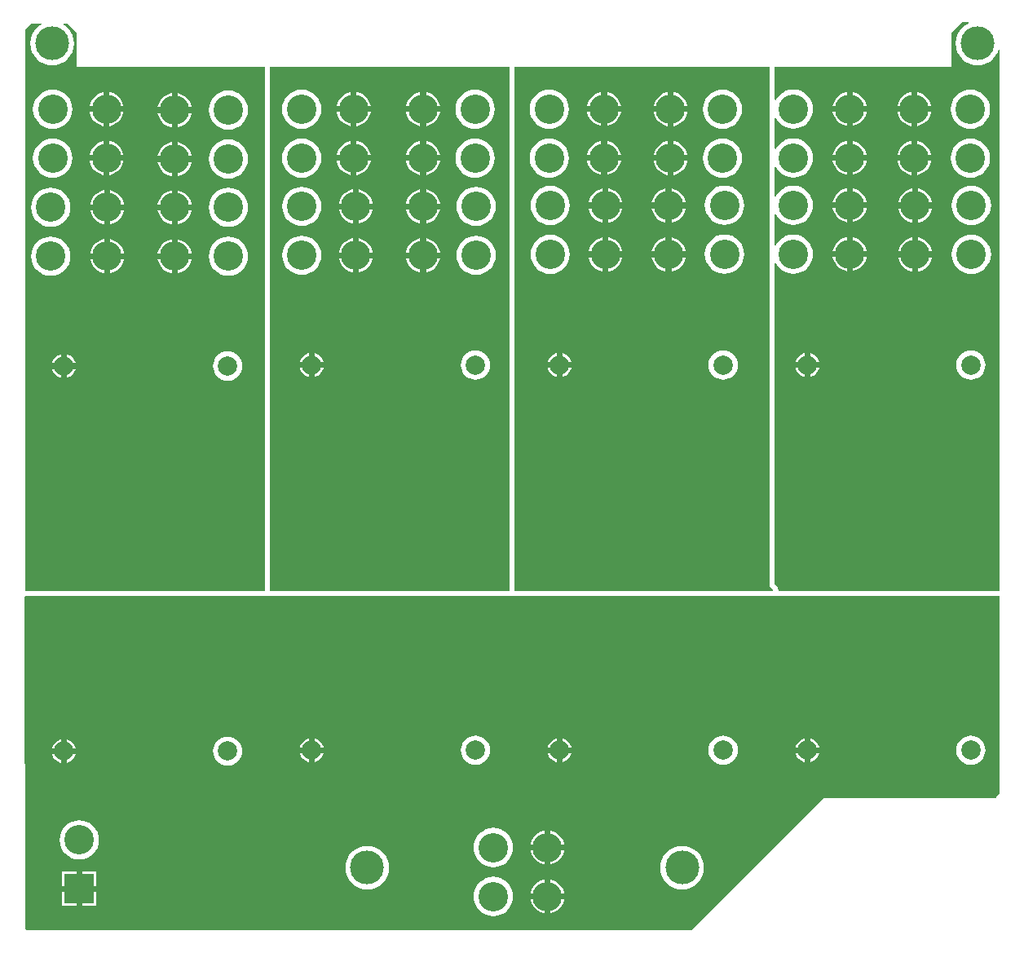
<source format=gtl>
G04 Layer_Physical_Order=1*
G04 Layer_Color=255*
%FSLAX24Y24*%
%MOIN*%
G70*
G01*
G75*
%ADD10C,0.1200*%
%ADD11C,0.0787*%
%ADD12C,0.1378*%
%ADD13R,0.1200X0.1200*%
G36*
X-15551Y21850D02*
X-15408Y21707D01*
X-15427Y21661D01*
X-25977D01*
Y43110D01*
X-15551D01*
Y21850D01*
D02*
G37*
G36*
X-26181Y21661D02*
X-35977D01*
Y43110D01*
X-26181D01*
Y21661D01*
D02*
G37*
G36*
X-7406Y44871D02*
X-7544Y44798D01*
X-7679Y44687D01*
X-7790Y44551D01*
X-7873Y44397D01*
X-7923Y44229D01*
X-7941Y44055D01*
X-7923Y43881D01*
X-7873Y43713D01*
X-7790Y43559D01*
X-7679Y43423D01*
X-7544Y43312D01*
X-7389Y43230D01*
X-7222Y43179D01*
X-7047Y43162D01*
X-6873Y43179D01*
X-6705Y43230D01*
X-6551Y43312D01*
X-6416Y43423D01*
X-6305Y43559D01*
X-6222Y43713D01*
X-6192Y43813D01*
X-6142Y43806D01*
Y21661D01*
X-15168D01*
X-15204Y21707D01*
X-15219Y21785D01*
X-15263Y21851D01*
X-15347Y21935D01*
Y35067D01*
X-15297Y35079D01*
X-15252Y34994D01*
X-15152Y34873D01*
X-15030Y34773D01*
X-14891Y34698D01*
X-14740Y34653D01*
X-14583Y34637D01*
X-14427Y34653D01*
X-14276Y34698D01*
X-14137Y34773D01*
X-14015Y34873D01*
X-13915Y34994D01*
X-13841Y35133D01*
X-13795Y35284D01*
X-13780Y35441D01*
X-13795Y35598D01*
X-13841Y35749D01*
X-13915Y35888D01*
X-14015Y36009D01*
X-14137Y36109D01*
X-14276Y36184D01*
X-14427Y36229D01*
X-14583Y36245D01*
X-14740Y36229D01*
X-14891Y36184D01*
X-15030Y36109D01*
X-15152Y36009D01*
X-15252Y35888D01*
X-15297Y35803D01*
X-15347Y35815D01*
Y37067D01*
X-15297Y37079D01*
X-15252Y36994D01*
X-15152Y36873D01*
X-15030Y36773D01*
X-14891Y36698D01*
X-14740Y36653D01*
X-14583Y36637D01*
X-14427Y36653D01*
X-14276Y36698D01*
X-14137Y36773D01*
X-14015Y36873D01*
X-13915Y36994D01*
X-13841Y37133D01*
X-13795Y37284D01*
X-13780Y37441D01*
X-13795Y37598D01*
X-13841Y37749D01*
X-13915Y37888D01*
X-14015Y38009D01*
X-14137Y38109D01*
X-14276Y38184D01*
X-14427Y38229D01*
X-14583Y38245D01*
X-14740Y38229D01*
X-14891Y38184D01*
X-15030Y38109D01*
X-15152Y38009D01*
X-15252Y37888D01*
X-15297Y37803D01*
X-15347Y37815D01*
Y39004D01*
X-15297Y39016D01*
X-15252Y38931D01*
X-15152Y38810D01*
X-15030Y38710D01*
X-14891Y38635D01*
X-14740Y38590D01*
X-14583Y38574D01*
X-14427Y38590D01*
X-14276Y38635D01*
X-14137Y38710D01*
X-14015Y38810D01*
X-13915Y38931D01*
X-13841Y39070D01*
X-13795Y39221D01*
X-13780Y39378D01*
X-13795Y39535D01*
X-13841Y39686D01*
X-13915Y39825D01*
X-14015Y39946D01*
X-14137Y40046D01*
X-14276Y40121D01*
X-14427Y40166D01*
X-14583Y40182D01*
X-14740Y40166D01*
X-14891Y40121D01*
X-15030Y40046D01*
X-15152Y39946D01*
X-15252Y39825D01*
X-15297Y39740D01*
X-15347Y39752D01*
Y41004D01*
X-15297Y41016D01*
X-15252Y40931D01*
X-15152Y40810D01*
X-15030Y40710D01*
X-14891Y40635D01*
X-14740Y40590D01*
X-14583Y40574D01*
X-14427Y40590D01*
X-14276Y40635D01*
X-14137Y40710D01*
X-14015Y40810D01*
X-13915Y40931D01*
X-13841Y41070D01*
X-13795Y41221D01*
X-13780Y41378D01*
X-13795Y41535D01*
X-13841Y41686D01*
X-13915Y41825D01*
X-14015Y41946D01*
X-14137Y42046D01*
X-14276Y42121D01*
X-14427Y42166D01*
X-14583Y42182D01*
X-14740Y42166D01*
X-14891Y42121D01*
X-15030Y42046D01*
X-15152Y41946D01*
X-15252Y41825D01*
X-15297Y41740D01*
X-15347Y41752D01*
Y43110D01*
X-8110D01*
Y44488D01*
X-7677Y44921D01*
X-7419D01*
X-7406Y44871D01*
D02*
G37*
G36*
X-43898Y44488D02*
Y43110D01*
X-36181D01*
Y21661D01*
X-45984D01*
Y44646D01*
X-45748Y44882D01*
X-45327D01*
X-45314Y44832D01*
X-45378Y44798D01*
X-45514Y44687D01*
X-45625Y44551D01*
X-45707Y44397D01*
X-45758Y44229D01*
X-45775Y44055D01*
X-45758Y43881D01*
X-45707Y43713D01*
X-45625Y43559D01*
X-45514Y43423D01*
X-45378Y43312D01*
X-45224Y43230D01*
X-45056Y43179D01*
X-44882Y43162D01*
X-44708Y43179D01*
X-44540Y43230D01*
X-44386Y43312D01*
X-44250Y43423D01*
X-44139Y43559D01*
X-44057Y43713D01*
X-44006Y43881D01*
X-43989Y44055D01*
X-44006Y44229D01*
X-44057Y44397D01*
X-44139Y44551D01*
X-44250Y44687D01*
X-44386Y44798D01*
X-44449Y44832D01*
X-44437Y44882D01*
X-44291D01*
X-43898Y44488D01*
D02*
G37*
G36*
X-6142Y13386D02*
X-6299Y13228D01*
Y13189D01*
X-13346D01*
X-18740Y7795D01*
X-45906D01*
X-45984Y7874D01*
X-46024Y21421D01*
X-45988Y21457D01*
X-6142D01*
Y13386D01*
D02*
G37*
%LPC*%
G36*
X-31789Y35274D02*
X-32360D01*
Y34702D01*
X-32343Y34704D01*
X-32211Y34744D01*
X-32090Y34809D01*
X-31983Y34896D01*
X-31895Y35003D01*
X-31830Y35125D01*
X-31790Y35256D01*
X-31789Y35274D01*
D02*
G37*
G36*
X-29844D02*
X-30416D01*
X-30414Y35256D01*
X-30374Y35125D01*
X-30309Y35003D01*
X-30222Y34896D01*
X-30115Y34809D01*
X-29994Y34744D01*
X-29862Y34704D01*
X-29844Y34702D01*
Y35274D01*
D02*
G37*
G36*
X-41955Y35242D02*
X-42526D01*
Y34671D01*
X-42509Y34672D01*
X-42377Y34712D01*
X-42256Y34777D01*
X-42149Y34865D01*
X-42062Y34971D01*
X-41997Y35093D01*
X-41957Y35225D01*
X-41955Y35242D01*
D02*
G37*
G36*
X-32600Y35274D02*
X-33172D01*
X-33170Y35256D01*
X-33130Y35125D01*
X-33065Y35003D01*
X-32978Y34896D01*
X-32871Y34809D01*
X-32749Y34744D01*
X-32618Y34704D01*
X-32600Y34702D01*
Y35274D01*
D02*
G37*
G36*
X-22387Y35313D02*
X-22959D01*
X-22957Y35296D01*
X-22917Y35164D01*
X-22852Y35042D01*
X-22764Y34936D01*
X-22658Y34848D01*
X-22536Y34783D01*
X-22404Y34743D01*
X-22387Y34741D01*
Y35313D01*
D02*
G37*
G36*
X-21575D02*
X-22147D01*
Y34741D01*
X-22130Y34743D01*
X-21998Y34783D01*
X-21876Y34848D01*
X-21770Y34936D01*
X-21682Y35042D01*
X-21617Y35164D01*
X-21577Y35296D01*
X-21575Y35313D01*
D02*
G37*
G36*
X-19805D02*
X-20377D01*
X-20375Y35296D01*
X-20335Y35164D01*
X-20270Y35042D01*
X-20182Y34936D01*
X-20076Y34848D01*
X-19954Y34783D01*
X-19822Y34743D01*
X-19805Y34741D01*
Y35313D01*
D02*
G37*
G36*
X-29033Y35274D02*
X-29604D01*
Y34702D01*
X-29587Y34704D01*
X-29455Y34744D01*
X-29334Y34809D01*
X-29227Y34896D01*
X-29140Y35003D01*
X-29075Y35125D01*
X-29035Y35256D01*
X-29033Y35274D01*
D02*
G37*
G36*
X-9726Y35313D02*
X-10298D01*
X-10296Y35296D01*
X-10256Y35164D01*
X-10191Y35042D01*
X-10104Y34936D01*
X-9997Y34848D01*
X-9875Y34783D01*
X-9744Y34743D01*
X-9726Y34741D01*
Y35313D01*
D02*
G37*
G36*
X-8915D02*
X-9486D01*
Y34741D01*
X-9469Y34743D01*
X-9337Y34783D01*
X-9216Y34848D01*
X-9109Y34936D01*
X-9021Y35042D01*
X-8956Y35164D01*
X-8916Y35296D01*
X-8915Y35313D01*
D02*
G37*
G36*
X-42766Y35242D02*
X-43338D01*
X-43336Y35225D01*
X-43296Y35093D01*
X-43231Y34971D01*
X-43144Y34865D01*
X-43037Y34777D01*
X-42916Y34712D01*
X-42784Y34672D01*
X-42766Y34671D01*
Y35242D01*
D02*
G37*
G36*
X-13896Y31388D02*
Y31026D01*
X-13534D01*
X-13535Y31034D01*
X-13585Y31154D01*
X-13664Y31258D01*
X-13767Y31337D01*
X-13887Y31386D01*
X-13896Y31388D01*
D02*
G37*
G36*
X-44946Y36158D02*
X-45103Y36143D01*
X-45254Y36097D01*
X-45393Y36023D01*
X-45515Y35923D01*
X-45615Y35801D01*
X-45689Y35662D01*
X-45735Y35511D01*
X-45750Y35354D01*
X-45735Y35198D01*
X-45689Y35047D01*
X-45615Y34908D01*
X-45515Y34786D01*
X-45393Y34686D01*
X-45254Y34612D01*
X-45103Y34566D01*
X-44946Y34550D01*
X-44790Y34566D01*
X-44639Y34612D01*
X-44500Y34686D01*
X-44378Y34786D01*
X-44278Y34908D01*
X-44204Y35047D01*
X-44158Y35198D01*
X-44143Y35354D01*
X-44158Y35511D01*
X-44204Y35662D01*
X-44278Y35801D01*
X-44378Y35923D01*
X-44500Y36023D01*
X-44639Y36097D01*
X-44790Y36143D01*
X-44946Y36158D01*
D02*
G37*
G36*
X-37682Y36158D02*
X-37839Y36143D01*
X-37990Y36097D01*
X-38128Y36023D01*
X-38250Y35923D01*
X-38350Y35801D01*
X-38425Y35662D01*
X-38470Y35511D01*
X-38486Y35354D01*
X-38470Y35198D01*
X-38425Y35047D01*
X-38350Y34908D01*
X-38250Y34786D01*
X-38128Y34686D01*
X-37990Y34612D01*
X-37839Y34566D01*
X-37682Y34550D01*
X-37525Y34566D01*
X-37374Y34612D01*
X-37235Y34686D01*
X-37113Y34786D01*
X-37013Y34908D01*
X-36939Y35047D01*
X-36893Y35198D01*
X-36878Y35354D01*
X-36893Y35511D01*
X-36939Y35662D01*
X-37013Y35801D01*
X-37113Y35923D01*
X-37235Y36023D01*
X-37374Y36097D01*
X-37525Y36143D01*
X-37682Y36158D01*
D02*
G37*
G36*
X-24267Y31388D02*
X-24276Y31386D01*
X-24396Y31337D01*
X-24499Y31258D01*
X-24578Y31154D01*
X-24628Y31034D01*
X-24629Y31026D01*
X-24267D01*
Y31388D01*
D02*
G37*
G36*
X-24027D02*
Y31026D01*
X-23665D01*
X-23666Y31034D01*
X-23716Y31154D01*
X-23795Y31258D01*
X-23898Y31337D01*
X-24018Y31386D01*
X-24027Y31388D01*
D02*
G37*
G36*
X-14136D02*
X-14145Y31386D01*
X-14265Y31337D01*
X-14368Y31258D01*
X-14447Y31154D01*
X-14497Y31034D01*
X-14498Y31026D01*
X-14136D01*
Y31388D01*
D02*
G37*
G36*
X-34680Y36198D02*
X-34837Y36182D01*
X-34988Y36136D01*
X-35127Y36062D01*
X-35249Y35962D01*
X-35349Y35840D01*
X-35423Y35701D01*
X-35469Y35551D01*
X-35484Y35394D01*
X-35469Y35237D01*
X-35423Y35086D01*
X-35349Y34947D01*
X-35249Y34825D01*
X-35127Y34725D01*
X-34988Y34651D01*
X-34837Y34605D01*
X-34680Y34590D01*
X-34523Y34605D01*
X-34373Y34651D01*
X-34234Y34725D01*
X-34112Y34825D01*
X-34012Y34947D01*
X-33938Y35086D01*
X-33892Y35237D01*
X-33876Y35394D01*
X-33892Y35551D01*
X-33938Y35701D01*
X-34012Y35840D01*
X-34112Y35962D01*
X-34234Y36062D01*
X-34373Y36136D01*
X-34523Y36182D01*
X-34680Y36198D01*
D02*
G37*
G36*
X-17402Y36245D02*
X-17558Y36229D01*
X-17709Y36184D01*
X-17848Y36109D01*
X-17970Y36009D01*
X-18070Y35888D01*
X-18144Y35749D01*
X-18190Y35598D01*
X-18205Y35441D01*
X-18190Y35284D01*
X-18144Y35133D01*
X-18070Y34994D01*
X-17970Y34873D01*
X-17848Y34773D01*
X-17709Y34698D01*
X-17558Y34653D01*
X-17402Y34637D01*
X-17245Y34653D01*
X-17094Y34698D01*
X-16955Y34773D01*
X-16833Y34873D01*
X-16733Y34994D01*
X-16659Y35133D01*
X-16613Y35284D01*
X-16598Y35441D01*
X-16613Y35598D01*
X-16659Y35749D01*
X-16733Y35888D01*
X-16833Y36009D01*
X-16955Y36109D01*
X-17094Y36184D01*
X-17245Y36229D01*
X-17402Y36245D01*
D02*
G37*
G36*
X-40002Y35234D02*
X-40573D01*
X-40572Y35217D01*
X-40532Y35085D01*
X-40467Y34964D01*
X-40379Y34857D01*
X-40273Y34769D01*
X-40151Y34704D01*
X-40019Y34664D01*
X-40002Y34663D01*
Y35234D01*
D02*
G37*
G36*
X-39190D02*
X-39762D01*
Y34663D01*
X-39745Y34664D01*
X-39613Y34704D01*
X-39491Y34769D01*
X-39385Y34857D01*
X-39297Y34964D01*
X-39232Y35085D01*
X-39192Y35217D01*
X-39190Y35234D01*
D02*
G37*
G36*
X-27559Y36198D02*
X-27716Y36182D01*
X-27867Y36136D01*
X-28006Y36062D01*
X-28127Y35962D01*
X-28227Y35840D01*
X-28302Y35701D01*
X-28347Y35551D01*
X-28363Y35394D01*
X-28347Y35237D01*
X-28302Y35086D01*
X-28227Y34947D01*
X-28127Y34825D01*
X-28006Y34725D01*
X-27867Y34651D01*
X-27716Y34605D01*
X-27559Y34590D01*
X-27402Y34605D01*
X-27251Y34651D01*
X-27112Y34725D01*
X-26991Y34825D01*
X-26891Y34947D01*
X-26816Y35086D01*
X-26771Y35237D01*
X-26755Y35394D01*
X-26771Y35551D01*
X-26816Y35701D01*
X-26891Y35840D01*
X-26991Y35962D01*
X-27112Y36062D01*
X-27251Y36136D01*
X-27402Y36182D01*
X-27559Y36198D01*
D02*
G37*
G36*
X-7306Y36237D02*
X-7463Y36221D01*
X-7614Y36176D01*
X-7753Y36101D01*
X-7875Y36001D01*
X-7975Y35880D01*
X-8049Y35741D01*
X-8095Y35590D01*
X-8110Y35433D01*
X-8095Y35276D01*
X-8049Y35125D01*
X-7975Y34986D01*
X-7875Y34865D01*
X-7753Y34765D01*
X-7614Y34690D01*
X-7463Y34645D01*
X-7306Y34629D01*
X-7149Y34645D01*
X-6999Y34690D01*
X-6860Y34765D01*
X-6738Y34865D01*
X-6638Y34986D01*
X-6564Y35125D01*
X-6518Y35276D01*
X-6502Y35433D01*
X-6518Y35590D01*
X-6564Y35741D01*
X-6638Y35880D01*
X-6738Y36001D01*
X-6860Y36101D01*
X-6999Y36176D01*
X-7149Y36221D01*
X-7306Y36237D01*
D02*
G37*
G36*
X-24528Y36237D02*
X-24684Y36221D01*
X-24835Y36176D01*
X-24974Y36101D01*
X-25096Y36001D01*
X-25196Y35880D01*
X-25270Y35741D01*
X-25316Y35590D01*
X-25331Y35433D01*
X-25316Y35276D01*
X-25270Y35125D01*
X-25196Y34986D01*
X-25096Y34865D01*
X-24974Y34765D01*
X-24835Y34690D01*
X-24684Y34645D01*
X-24528Y34629D01*
X-24371Y34645D01*
X-24220Y34690D01*
X-24081Y34765D01*
X-23959Y34865D01*
X-23859Y34986D01*
X-23785Y35125D01*
X-23739Y35276D01*
X-23724Y35433D01*
X-23739Y35590D01*
X-23785Y35741D01*
X-23859Y35880D01*
X-23959Y36001D01*
X-24081Y36101D01*
X-24220Y36176D01*
X-24371Y36221D01*
X-24528Y36237D01*
D02*
G37*
G36*
X-18993Y35313D02*
X-19565D01*
Y34741D01*
X-19548Y34743D01*
X-19416Y34783D01*
X-19294Y34848D01*
X-19188Y34936D01*
X-19100Y35042D01*
X-19035Y35164D01*
X-18995Y35296D01*
X-18993Y35313D01*
D02*
G37*
G36*
X-12163Y36133D02*
Y35561D01*
X-11592D01*
X-11594Y35578D01*
X-11634Y35710D01*
X-11699Y35832D01*
X-11786Y35938D01*
X-11893Y36026D01*
X-12014Y36091D01*
X-12146Y36131D01*
X-12163Y36133D01*
D02*
G37*
G36*
X-44946Y38158D02*
X-45103Y38143D01*
X-45254Y38097D01*
X-45393Y38023D01*
X-45515Y37923D01*
X-45615Y37801D01*
X-45689Y37662D01*
X-45735Y37511D01*
X-45750Y37354D01*
X-45735Y37197D01*
X-45689Y37047D01*
X-45615Y36908D01*
X-45515Y36786D01*
X-45393Y36686D01*
X-45254Y36612D01*
X-45103Y36566D01*
X-44946Y36550D01*
X-44790Y36566D01*
X-44639Y36612D01*
X-44500Y36686D01*
X-44378Y36786D01*
X-44278Y36908D01*
X-44204Y37047D01*
X-44158Y37197D01*
X-44143Y37354D01*
X-44158Y37511D01*
X-44204Y37662D01*
X-44278Y37801D01*
X-44378Y37923D01*
X-44500Y38023D01*
X-44639Y38097D01*
X-44790Y38143D01*
X-44946Y38158D01*
D02*
G37*
G36*
X-37682Y38158D02*
X-37839Y38143D01*
X-37990Y38097D01*
X-38128Y38023D01*
X-38250Y37923D01*
X-38350Y37801D01*
X-38425Y37662D01*
X-38470Y37511D01*
X-38486Y37354D01*
X-38470Y37197D01*
X-38425Y37047D01*
X-38350Y36908D01*
X-38250Y36786D01*
X-38128Y36686D01*
X-37990Y36612D01*
X-37839Y36566D01*
X-37682Y36550D01*
X-37525Y36566D01*
X-37374Y36612D01*
X-37235Y36686D01*
X-37113Y36786D01*
X-37013Y36908D01*
X-36939Y37047D01*
X-36893Y37197D01*
X-36878Y37354D01*
X-36893Y37511D01*
X-36939Y37662D01*
X-37013Y37801D01*
X-37113Y37923D01*
X-37235Y38023D01*
X-37374Y38097D01*
X-37525Y38143D01*
X-37682Y38158D01*
D02*
G37*
G36*
X-19805Y36125D02*
X-19822Y36123D01*
X-19954Y36083D01*
X-20076Y36018D01*
X-20182Y35930D01*
X-20270Y35824D01*
X-20335Y35702D01*
X-20375Y35570D01*
X-20377Y35553D01*
X-19805D01*
Y36125D01*
D02*
G37*
G36*
X-19565D02*
Y35553D01*
X-18993D01*
X-18995Y35570D01*
X-19035Y35702D01*
X-19100Y35824D01*
X-19188Y35930D01*
X-19294Y36018D01*
X-19416Y36083D01*
X-19548Y36123D01*
X-19565Y36125D01*
D02*
G37*
G36*
X-12403Y36133D02*
X-12421Y36131D01*
X-12553Y36091D01*
X-12674Y36026D01*
X-12781Y35938D01*
X-12868Y35832D01*
X-12933Y35710D01*
X-12973Y35578D01*
X-12975Y35561D01*
X-12403D01*
Y36133D01*
D02*
G37*
G36*
X-34680Y38198D02*
X-34837Y38182D01*
X-34988Y38136D01*
X-35127Y38062D01*
X-35249Y37962D01*
X-35349Y37840D01*
X-35423Y37701D01*
X-35469Y37551D01*
X-35484Y37394D01*
X-35469Y37237D01*
X-35423Y37086D01*
X-35349Y36947D01*
X-35249Y36825D01*
X-35127Y36725D01*
X-34988Y36651D01*
X-34837Y36605D01*
X-34680Y36590D01*
X-34523Y36605D01*
X-34373Y36651D01*
X-34234Y36725D01*
X-34112Y36825D01*
X-34012Y36947D01*
X-33938Y37086D01*
X-33892Y37237D01*
X-33876Y37394D01*
X-33892Y37551D01*
X-33938Y37701D01*
X-34012Y37840D01*
X-34112Y37962D01*
X-34234Y38062D01*
X-34373Y38136D01*
X-34523Y38182D01*
X-34680Y38198D01*
D02*
G37*
G36*
X-17402Y38245D02*
X-17558Y38229D01*
X-17709Y38184D01*
X-17848Y38109D01*
X-17970Y38009D01*
X-18070Y37888D01*
X-18144Y37749D01*
X-18190Y37598D01*
X-18205Y37441D01*
X-18190Y37284D01*
X-18144Y37133D01*
X-18070Y36994D01*
X-17970Y36873D01*
X-17848Y36773D01*
X-17709Y36698D01*
X-17558Y36653D01*
X-17402Y36637D01*
X-17245Y36653D01*
X-17094Y36698D01*
X-16955Y36773D01*
X-16833Y36873D01*
X-16733Y36994D01*
X-16659Y37133D01*
X-16613Y37284D01*
X-16598Y37441D01*
X-16613Y37598D01*
X-16659Y37749D01*
X-16733Y37888D01*
X-16833Y38009D01*
X-16955Y38109D01*
X-17094Y38184D01*
X-17245Y38229D01*
X-17402Y38245D01*
D02*
G37*
G36*
X-40002Y37234D02*
X-40573D01*
X-40572Y37217D01*
X-40532Y37085D01*
X-40467Y36964D01*
X-40379Y36857D01*
X-40273Y36769D01*
X-40151Y36704D01*
X-40019Y36664D01*
X-40002Y36663D01*
Y37234D01*
D02*
G37*
G36*
X-39190D02*
X-39762D01*
Y36663D01*
X-39745Y36664D01*
X-39613Y36704D01*
X-39491Y36769D01*
X-39385Y36857D01*
X-39297Y36964D01*
X-39232Y37085D01*
X-39192Y37217D01*
X-39190Y37234D01*
D02*
G37*
G36*
X-27559Y38198D02*
X-27716Y38182D01*
X-27867Y38136D01*
X-28006Y38062D01*
X-28127Y37962D01*
X-28227Y37840D01*
X-28302Y37701D01*
X-28347Y37551D01*
X-28363Y37394D01*
X-28347Y37237D01*
X-28302Y37086D01*
X-28227Y36947D01*
X-28127Y36825D01*
X-28006Y36725D01*
X-27867Y36651D01*
X-27716Y36605D01*
X-27559Y36590D01*
X-27402Y36605D01*
X-27251Y36651D01*
X-27112Y36725D01*
X-26991Y36825D01*
X-26891Y36947D01*
X-26816Y37086D01*
X-26771Y37237D01*
X-26755Y37394D01*
X-26771Y37551D01*
X-26816Y37701D01*
X-26891Y37840D01*
X-26991Y37962D01*
X-27112Y38062D01*
X-27251Y38136D01*
X-27402Y38182D01*
X-27559Y38198D01*
D02*
G37*
G36*
X-7306Y38237D02*
X-7463Y38221D01*
X-7614Y38176D01*
X-7753Y38101D01*
X-7875Y38001D01*
X-7975Y37880D01*
X-8049Y37741D01*
X-8095Y37590D01*
X-8110Y37433D01*
X-8095Y37276D01*
X-8049Y37125D01*
X-7975Y36986D01*
X-7875Y36865D01*
X-7753Y36765D01*
X-7614Y36690D01*
X-7463Y36645D01*
X-7306Y36629D01*
X-7149Y36645D01*
X-6999Y36690D01*
X-6860Y36765D01*
X-6738Y36865D01*
X-6638Y36986D01*
X-6564Y37125D01*
X-6518Y37276D01*
X-6502Y37433D01*
X-6518Y37590D01*
X-6564Y37741D01*
X-6638Y37880D01*
X-6738Y38001D01*
X-6860Y38101D01*
X-6999Y38176D01*
X-7149Y38221D01*
X-7306Y38237D01*
D02*
G37*
G36*
X-24528Y38237D02*
X-24684Y38221D01*
X-24835Y38176D01*
X-24974Y38101D01*
X-25096Y38001D01*
X-25196Y37880D01*
X-25270Y37741D01*
X-25316Y37590D01*
X-25331Y37433D01*
X-25316Y37276D01*
X-25270Y37125D01*
X-25196Y36986D01*
X-25096Y36865D01*
X-24974Y36765D01*
X-24835Y36690D01*
X-24684Y36645D01*
X-24528Y36629D01*
X-24371Y36645D01*
X-24220Y36690D01*
X-24081Y36765D01*
X-23959Y36865D01*
X-23859Y36986D01*
X-23785Y37125D01*
X-23739Y37276D01*
X-23724Y37433D01*
X-23739Y37590D01*
X-23785Y37741D01*
X-23859Y37880D01*
X-23959Y38001D01*
X-24081Y38101D01*
X-24220Y38176D01*
X-24371Y38221D01*
X-24528Y38237D01*
D02*
G37*
G36*
X-22147Y36125D02*
Y35553D01*
X-21575D01*
X-21577Y35570D01*
X-21617Y35702D01*
X-21682Y35824D01*
X-21770Y35930D01*
X-21876Y36018D01*
X-21998Y36083D01*
X-22130Y36123D01*
X-22147Y36125D01*
D02*
G37*
G36*
X-39762Y36046D02*
Y35474D01*
X-39190D01*
X-39192Y35492D01*
X-39232Y35624D01*
X-39297Y35745D01*
X-39385Y35852D01*
X-39491Y35939D01*
X-39613Y36004D01*
X-39745Y36044D01*
X-39762Y36046D01*
D02*
G37*
G36*
X-42766Y36054D02*
X-42784Y36052D01*
X-42916Y36012D01*
X-43037Y35947D01*
X-43144Y35860D01*
X-43231Y35753D01*
X-43296Y35631D01*
X-43336Y35499D01*
X-43338Y35482D01*
X-42766D01*
Y36054D01*
D02*
G37*
G36*
X-42526D02*
Y35482D01*
X-41955D01*
X-41957Y35499D01*
X-41997Y35631D01*
X-42062Y35753D01*
X-42149Y35860D01*
X-42256Y35947D01*
X-42377Y36012D01*
X-42509Y36052D01*
X-42526Y36054D01*
D02*
G37*
G36*
X-12403Y35321D02*
X-12975D01*
X-12973Y35304D01*
X-12933Y35172D01*
X-12868Y35050D01*
X-12781Y34944D01*
X-12674Y34856D01*
X-12553Y34791D01*
X-12421Y34751D01*
X-12403Y34749D01*
Y35321D01*
D02*
G37*
G36*
X-11592D02*
X-12163D01*
Y34749D01*
X-12146Y34751D01*
X-12014Y34791D01*
X-11893Y34856D01*
X-11786Y34944D01*
X-11699Y35050D01*
X-11634Y35172D01*
X-11594Y35304D01*
X-11592Y35321D01*
D02*
G37*
G36*
X-40002Y36046D02*
X-40019Y36044D01*
X-40151Y36004D01*
X-40273Y35939D01*
X-40379Y35852D01*
X-40467Y35745D01*
X-40532Y35624D01*
X-40572Y35492D01*
X-40573Y35474D01*
X-40002D01*
Y36046D01*
D02*
G37*
G36*
X-32600Y36085D02*
X-32618Y36084D01*
X-32749Y36044D01*
X-32871Y35979D01*
X-32978Y35891D01*
X-33065Y35784D01*
X-33130Y35663D01*
X-33170Y35531D01*
X-33172Y35514D01*
X-32600D01*
Y36085D01*
D02*
G37*
G36*
X-9726Y36125D02*
X-9744Y36123D01*
X-9875Y36083D01*
X-9997Y36018D01*
X-10104Y35930D01*
X-10191Y35824D01*
X-10256Y35702D01*
X-10296Y35570D01*
X-10298Y35553D01*
X-9726D01*
Y36125D01*
D02*
G37*
G36*
X-9486D02*
Y35553D01*
X-8915D01*
X-8916Y35570D01*
X-8956Y35702D01*
X-9021Y35824D01*
X-9109Y35930D01*
X-9216Y36018D01*
X-9337Y36083D01*
X-9469Y36123D01*
X-9486Y36125D01*
D02*
G37*
G36*
X-22387Y36125D02*
X-22404Y36123D01*
X-22536Y36083D01*
X-22658Y36018D01*
X-22764Y35930D01*
X-22852Y35824D01*
X-22917Y35702D01*
X-22957Y35570D01*
X-22959Y35553D01*
X-22387D01*
Y36125D01*
D02*
G37*
G36*
X-32360Y36085D02*
Y35514D01*
X-31789D01*
X-31790Y35531D01*
X-31830Y35663D01*
X-31895Y35784D01*
X-31983Y35891D01*
X-32090Y35979D01*
X-32211Y36044D01*
X-32343Y36084D01*
X-32360Y36085D01*
D02*
G37*
G36*
X-29844D02*
X-29862Y36084D01*
X-29994Y36044D01*
X-30115Y35979D01*
X-30222Y35891D01*
X-30309Y35784D01*
X-30374Y35663D01*
X-30414Y35531D01*
X-30416Y35514D01*
X-29844D01*
Y36085D01*
D02*
G37*
G36*
X-29604D02*
Y35514D01*
X-29033D01*
X-29035Y35531D01*
X-29075Y35663D01*
X-29140Y35784D01*
X-29227Y35891D01*
X-29334Y35979D01*
X-29455Y36044D01*
X-29587Y36084D01*
X-29604Y36085D01*
D02*
G37*
G36*
X-34158Y31388D02*
Y31026D01*
X-33796D01*
X-33797Y31034D01*
X-33847Y31154D01*
X-33926Y31258D01*
X-34029Y31337D01*
X-34149Y31386D01*
X-34158Y31388D01*
D02*
G37*
G36*
X-24526Y11873D02*
Y11301D01*
X-23954D01*
X-23956Y11318D01*
X-23996Y11450D01*
X-24061Y11572D01*
X-24148Y11678D01*
X-24255Y11766D01*
X-24376Y11831D01*
X-24508Y11871D01*
X-24526Y11873D01*
D02*
G37*
G36*
X-37717Y15715D02*
X-37833Y15703D01*
X-37945Y15669D01*
X-38048Y15614D01*
X-38138Y15540D01*
X-38213Y15450D01*
X-38268Y15346D01*
X-38302Y15235D01*
X-38313Y15118D01*
X-38302Y15002D01*
X-38268Y14890D01*
X-38213Y14787D01*
X-38138Y14696D01*
X-38048Y14622D01*
X-37945Y14567D01*
X-37833Y14533D01*
X-37717Y14522D01*
X-37600Y14533D01*
X-37488Y14567D01*
X-37385Y14622D01*
X-37295Y14696D01*
X-37220Y14787D01*
X-37165Y14890D01*
X-37131Y15002D01*
X-37120Y15118D01*
X-37131Y15235D01*
X-37165Y15346D01*
X-37220Y15450D01*
X-37295Y15540D01*
X-37385Y15614D01*
X-37488Y15669D01*
X-37600Y15703D01*
X-37717Y15715D01*
D02*
G37*
G36*
X-27585Y15754D02*
X-27702Y15743D01*
X-27814Y15709D01*
X-27917Y15654D01*
X-28007Y15579D01*
X-28081Y15489D01*
X-28136Y15386D01*
X-28170Y15274D01*
X-28182Y15157D01*
X-28170Y15041D01*
X-28136Y14929D01*
X-28081Y14826D01*
X-28007Y14736D01*
X-27917Y14661D01*
X-27814Y14606D01*
X-27702Y14572D01*
X-27585Y14561D01*
X-27469Y14572D01*
X-27357Y14606D01*
X-27254Y14661D01*
X-27163Y14736D01*
X-27089Y14826D01*
X-27034Y14929D01*
X-27000Y15041D01*
X-26989Y15157D01*
X-27000Y15274D01*
X-27034Y15386D01*
X-27089Y15489D01*
X-27163Y15579D01*
X-27254Y15654D01*
X-27357Y15709D01*
X-27469Y15743D01*
X-27585Y15754D01*
D02*
G37*
G36*
X-23954Y11061D02*
X-24526D01*
Y10490D01*
X-24508Y10491D01*
X-24376Y10531D01*
X-24255Y10596D01*
X-24148Y10684D01*
X-24061Y10790D01*
X-23996Y10912D01*
X-23956Y11044D01*
X-23954Y11061D01*
D02*
G37*
G36*
X-43780Y12292D02*
X-43936Y12277D01*
X-44087Y12231D01*
X-44226Y12157D01*
X-44348Y12057D01*
X-44448Y11935D01*
X-44522Y11796D01*
X-44568Y11645D01*
X-44583Y11488D01*
X-44568Y11331D01*
X-44522Y11181D01*
X-44448Y11042D01*
X-44348Y10920D01*
X-44226Y10820D01*
X-44087Y10746D01*
X-43936Y10700D01*
X-43780Y10684D01*
X-43623Y10700D01*
X-43472Y10746D01*
X-43333Y10820D01*
X-43211Y10920D01*
X-43111Y11042D01*
X-43037Y11181D01*
X-42991Y11331D01*
X-42976Y11488D01*
X-42991Y11645D01*
X-43037Y11796D01*
X-43111Y11935D01*
X-43211Y12057D01*
X-43333Y12157D01*
X-43472Y12231D01*
X-43623Y12277D01*
X-43780Y12292D01*
D02*
G37*
G36*
X-24766Y11873D02*
X-24783Y11871D01*
X-24915Y11831D01*
X-25036Y11766D01*
X-25143Y11678D01*
X-25231Y11572D01*
X-25296Y11450D01*
X-25336Y11318D01*
X-25337Y11301D01*
X-24766D01*
Y11873D01*
D02*
G37*
G36*
X-17454Y15754D02*
X-17570Y15743D01*
X-17682Y15709D01*
X-17786Y15654D01*
X-17876Y15579D01*
X-17950Y15489D01*
X-18005Y15386D01*
X-18039Y15274D01*
X-18051Y15157D01*
X-18039Y15041D01*
X-18005Y14929D01*
X-17950Y14826D01*
X-17876Y14736D01*
X-17786Y14661D01*
X-17682Y14606D01*
X-17570Y14572D01*
X-17454Y14561D01*
X-17338Y14572D01*
X-17226Y14606D01*
X-17123Y14661D01*
X-17032Y14736D01*
X-16958Y14826D01*
X-16903Y14929D01*
X-16869Y15041D01*
X-16857Y15157D01*
X-16869Y15274D01*
X-16903Y15386D01*
X-16958Y15489D01*
X-17032Y15579D01*
X-17123Y15654D01*
X-17226Y15709D01*
X-17338Y15743D01*
X-17454Y15754D01*
D02*
G37*
G36*
X-34398Y15037D02*
X-34760D01*
X-34759Y15029D01*
X-34709Y14908D01*
X-34630Y14805D01*
X-34527Y14726D01*
X-34407Y14676D01*
X-34398Y14675D01*
Y15037D01*
D02*
G37*
G36*
X-33796D02*
X-34158D01*
Y14675D01*
X-34149Y14676D01*
X-34029Y14726D01*
X-33926Y14805D01*
X-33847Y14908D01*
X-33797Y15029D01*
X-33796Y15037D01*
D02*
G37*
G36*
X-24267D02*
X-24629D01*
X-24628Y15029D01*
X-24578Y14908D01*
X-24499Y14805D01*
X-24396Y14726D01*
X-24276Y14676D01*
X-24267Y14675D01*
Y15037D01*
D02*
G37*
G36*
X-7323Y15754D02*
X-7439Y15743D01*
X-7551Y15709D01*
X-7654Y15654D01*
X-7745Y15579D01*
X-7819Y15489D01*
X-7874Y15386D01*
X-7908Y15274D01*
X-7919Y15157D01*
X-7908Y15041D01*
X-7874Y14929D01*
X-7819Y14826D01*
X-7745Y14736D01*
X-7654Y14661D01*
X-7551Y14606D01*
X-7439Y14572D01*
X-7323Y14561D01*
X-7206Y14572D01*
X-7095Y14606D01*
X-6991Y14661D01*
X-6901Y14736D01*
X-6827Y14826D01*
X-6772Y14929D01*
X-6738Y15041D01*
X-6726Y15157D01*
X-6738Y15274D01*
X-6772Y15386D01*
X-6827Y15489D01*
X-6901Y15579D01*
X-6991Y15654D01*
X-7095Y15709D01*
X-7206Y15743D01*
X-7323Y15754D01*
D02*
G37*
G36*
X-44529Y14998D02*
X-44892D01*
X-44890Y14989D01*
X-44841Y14869D01*
X-44762Y14766D01*
X-44658Y14687D01*
X-44538Y14637D01*
X-44529Y14636D01*
Y14998D01*
D02*
G37*
G36*
X-43927D02*
X-44289D01*
Y14636D01*
X-44281Y14637D01*
X-44160Y14687D01*
X-44057Y14766D01*
X-43978Y14869D01*
X-43928Y14989D01*
X-43927Y14998D01*
D02*
G37*
G36*
X-43900Y9368D02*
X-44480D01*
Y8788D01*
X-43900D01*
Y9368D01*
D02*
G37*
G36*
X-43080D02*
X-43660D01*
Y8788D01*
X-43080D01*
Y9368D01*
D02*
G37*
G36*
X-24766Y9873D02*
X-24783Y9871D01*
X-24915Y9831D01*
X-25036Y9766D01*
X-25143Y9678D01*
X-25231Y9572D01*
X-25296Y9450D01*
X-25336Y9318D01*
X-25337Y9301D01*
X-24766D01*
Y9873D01*
D02*
G37*
G36*
X-26850Y9985D02*
X-27007Y9970D01*
X-27158Y9924D01*
X-27297Y9849D01*
X-27419Y9750D01*
X-27519Y9628D01*
X-27593Y9489D01*
X-27639Y9338D01*
X-27654Y9181D01*
X-27639Y9024D01*
X-27593Y8873D01*
X-27519Y8734D01*
X-27419Y8613D01*
X-27297Y8513D01*
X-27158Y8438D01*
X-27007Y8393D01*
X-26850Y8377D01*
X-26694Y8393D01*
X-26543Y8438D01*
X-26404Y8513D01*
X-26282Y8613D01*
X-26182Y8734D01*
X-26108Y8873D01*
X-26062Y9024D01*
X-26047Y9181D01*
X-26062Y9338D01*
X-26108Y9489D01*
X-26182Y9628D01*
X-26282Y9750D01*
X-26404Y9849D01*
X-26543Y9924D01*
X-26694Y9970D01*
X-26850Y9985D01*
D02*
G37*
G36*
X-24766Y9061D02*
X-25337D01*
X-25336Y9044D01*
X-25296Y8912D01*
X-25231Y8790D01*
X-25143Y8684D01*
X-25036Y8596D01*
X-24915Y8531D01*
X-24783Y8491D01*
X-24766Y8490D01*
Y9061D01*
D02*
G37*
G36*
X-23954D02*
X-24526D01*
Y8490D01*
X-24508Y8491D01*
X-24376Y8531D01*
X-24255Y8596D01*
X-24148Y8684D01*
X-24061Y8790D01*
X-23996Y8912D01*
X-23956Y9044D01*
X-23954Y9061D01*
D02*
G37*
G36*
X-24526Y9873D02*
Y9301D01*
X-23954D01*
X-23956Y9318D01*
X-23996Y9450D01*
X-24061Y9572D01*
X-24148Y9678D01*
X-24255Y9766D01*
X-24376Y9831D01*
X-24508Y9871D01*
X-24526Y9873D01*
D02*
G37*
G36*
X-43080Y10188D02*
X-43660D01*
Y9608D01*
X-43080D01*
Y10188D01*
D02*
G37*
G36*
X-26850Y11985D02*
X-27007Y11970D01*
X-27158Y11924D01*
X-27297Y11849D01*
X-27419Y11750D01*
X-27519Y11628D01*
X-27593Y11489D01*
X-27639Y11338D01*
X-27654Y11181D01*
X-27639Y11024D01*
X-27593Y10873D01*
X-27519Y10734D01*
X-27419Y10613D01*
X-27297Y10513D01*
X-27158Y10438D01*
X-27007Y10393D01*
X-26850Y10377D01*
X-26694Y10393D01*
X-26543Y10438D01*
X-26404Y10513D01*
X-26282Y10613D01*
X-26182Y10734D01*
X-26108Y10873D01*
X-26062Y11024D01*
X-26047Y11181D01*
X-26062Y11338D01*
X-26108Y11489D01*
X-26182Y11628D01*
X-26282Y11750D01*
X-26404Y11849D01*
X-26543Y11924D01*
X-26694Y11970D01*
X-26850Y11985D01*
D02*
G37*
G36*
X-24766Y11061D02*
X-25337D01*
X-25336Y11044D01*
X-25296Y10912D01*
X-25231Y10790D01*
X-25143Y10684D01*
X-25036Y10596D01*
X-24915Y10531D01*
X-24783Y10491D01*
X-24766Y10490D01*
Y11061D01*
D02*
G37*
G36*
X-32008Y11248D02*
X-32182Y11230D01*
X-32350Y11180D01*
X-32504Y11097D01*
X-32640Y10986D01*
X-32751Y10851D01*
X-32833Y10696D01*
X-32884Y10529D01*
X-32901Y10354D01*
X-32884Y10180D01*
X-32833Y10012D01*
X-32751Y9858D01*
X-32640Y9723D01*
X-32504Y9612D01*
X-32350Y9529D01*
X-32182Y9478D01*
X-32008Y9461D01*
X-31834Y9478D01*
X-31666Y9529D01*
X-31512Y9612D01*
X-31376Y9723D01*
X-31265Y9858D01*
X-31183Y10012D01*
X-31132Y10180D01*
X-31115Y10354D01*
X-31132Y10529D01*
X-31183Y10696D01*
X-31265Y10851D01*
X-31376Y10986D01*
X-31512Y11097D01*
X-31666Y11180D01*
X-31834Y11230D01*
X-32008Y11248D01*
D02*
G37*
G36*
X-19134D02*
X-19308Y11230D01*
X-19476Y11180D01*
X-19630Y11097D01*
X-19765Y10986D01*
X-19877Y10851D01*
X-19959Y10696D01*
X-20010Y10529D01*
X-20027Y10354D01*
X-20010Y10180D01*
X-19959Y10012D01*
X-19877Y9858D01*
X-19765Y9723D01*
X-19630Y9612D01*
X-19476Y9529D01*
X-19308Y9478D01*
X-19134Y9461D01*
X-18960Y9478D01*
X-18792Y9529D01*
X-18638Y9612D01*
X-18502Y9723D01*
X-18391Y9858D01*
X-18309Y10012D01*
X-18258Y10180D01*
X-18241Y10354D01*
X-18258Y10529D01*
X-18309Y10696D01*
X-18391Y10851D01*
X-18502Y10986D01*
X-18638Y11097D01*
X-18792Y11180D01*
X-18960Y11230D01*
X-19134Y11248D01*
D02*
G37*
G36*
X-43900Y10188D02*
X-44480D01*
Y9608D01*
X-43900D01*
Y10188D01*
D02*
G37*
G36*
X-43927Y30746D02*
X-44289D01*
Y30384D01*
X-44281Y30385D01*
X-44160Y30435D01*
X-44057Y30514D01*
X-43978Y30617D01*
X-43928Y30737D01*
X-43927Y30746D01*
D02*
G37*
G36*
X-34398Y30786D02*
X-34760D01*
X-34759Y30777D01*
X-34709Y30657D01*
X-34630Y30553D01*
X-34527Y30474D01*
X-34407Y30425D01*
X-34398Y30423D01*
Y30786D01*
D02*
G37*
G36*
X-33796D02*
X-34158D01*
Y30423D01*
X-34149Y30425D01*
X-34029Y30474D01*
X-33926Y30553D01*
X-33847Y30657D01*
X-33797Y30777D01*
X-33796Y30786D01*
D02*
G37*
G36*
X-17454Y31502D02*
X-17570Y31491D01*
X-17682Y31457D01*
X-17786Y31402D01*
X-17876Y31327D01*
X-17950Y31237D01*
X-18005Y31134D01*
X-18039Y31022D01*
X-18051Y30906D01*
X-18039Y30789D01*
X-18005Y30677D01*
X-17950Y30574D01*
X-17876Y30484D01*
X-17786Y30409D01*
X-17682Y30354D01*
X-17570Y30320D01*
X-17454Y30309D01*
X-17338Y30320D01*
X-17226Y30354D01*
X-17123Y30409D01*
X-17032Y30484D01*
X-16958Y30574D01*
X-16903Y30677D01*
X-16869Y30789D01*
X-16857Y30906D01*
X-16869Y31022D01*
X-16903Y31134D01*
X-16958Y31237D01*
X-17032Y31327D01*
X-17123Y31402D01*
X-17226Y31457D01*
X-17338Y31491D01*
X-17454Y31502D01*
D02*
G37*
G36*
X-7323D02*
X-7439Y31491D01*
X-7551Y31457D01*
X-7654Y31402D01*
X-7745Y31327D01*
X-7819Y31237D01*
X-7874Y31134D01*
X-7908Y31022D01*
X-7919Y30906D01*
X-7908Y30789D01*
X-7874Y30677D01*
X-7819Y30574D01*
X-7745Y30484D01*
X-7654Y30409D01*
X-7551Y30354D01*
X-7439Y30320D01*
X-7323Y30309D01*
X-7206Y30320D01*
X-7095Y30354D01*
X-6991Y30409D01*
X-6901Y30484D01*
X-6827Y30574D01*
X-6772Y30677D01*
X-6738Y30789D01*
X-6726Y30906D01*
X-6738Y31022D01*
X-6772Y31134D01*
X-6827Y31237D01*
X-6901Y31327D01*
X-6991Y31402D01*
X-7095Y31457D01*
X-7206Y31491D01*
X-7323Y31502D01*
D02*
G37*
G36*
X-44529Y30746D02*
X-44892D01*
X-44890Y30737D01*
X-44841Y30617D01*
X-44762Y30514D01*
X-44658Y30435D01*
X-44538Y30385D01*
X-44529Y30384D01*
Y30746D01*
D02*
G37*
G36*
X-24267Y30786D02*
X-24629D01*
X-24628Y30777D01*
X-24578Y30657D01*
X-24499Y30553D01*
X-24396Y30474D01*
X-24276Y30425D01*
X-24267Y30423D01*
Y30786D01*
D02*
G37*
G36*
X-44529Y31348D02*
X-44538Y31347D01*
X-44658Y31297D01*
X-44762Y31218D01*
X-44841Y31115D01*
X-44890Y30995D01*
X-44892Y30986D01*
X-44529D01*
Y31348D01*
D02*
G37*
G36*
X-44289D02*
Y30986D01*
X-43927D01*
X-43928Y30995D01*
X-43978Y31115D01*
X-44057Y31218D01*
X-44160Y31297D01*
X-44281Y31347D01*
X-44289Y31348D01*
D02*
G37*
G36*
X-34398Y31388D02*
X-34407Y31386D01*
X-34527Y31337D01*
X-34630Y31258D01*
X-34709Y31154D01*
X-34759Y31034D01*
X-34760Y31026D01*
X-34398D01*
Y31388D01*
D02*
G37*
G36*
X-23665Y30786D02*
X-24027D01*
Y30423D01*
X-24018Y30425D01*
X-23898Y30474D01*
X-23795Y30553D01*
X-23716Y30657D01*
X-23666Y30777D01*
X-23665Y30786D01*
D02*
G37*
G36*
X-14136D02*
X-14498D01*
X-14497Y30777D01*
X-14447Y30657D01*
X-14368Y30553D01*
X-14265Y30474D01*
X-14145Y30425D01*
X-14136Y30423D01*
Y30786D01*
D02*
G37*
G36*
X-13534D02*
X-13896D01*
Y30423D01*
X-13887Y30425D01*
X-13767Y30474D01*
X-13664Y30553D01*
X-13585Y30657D01*
X-13535Y30777D01*
X-13534Y30786D01*
D02*
G37*
G36*
X-44529Y15600D02*
X-44538Y15599D01*
X-44658Y15549D01*
X-44762Y15470D01*
X-44841Y15367D01*
X-44890Y15247D01*
X-44892Y15238D01*
X-44529D01*
Y15600D01*
D02*
G37*
G36*
X-44289D02*
Y15238D01*
X-43927D01*
X-43928Y15247D01*
X-43978Y15367D01*
X-44057Y15470D01*
X-44160Y15549D01*
X-44281Y15599D01*
X-44289Y15600D01*
D02*
G37*
G36*
X-34398Y15640D02*
X-34407Y15638D01*
X-34527Y15589D01*
X-34630Y15510D01*
X-34709Y15406D01*
X-34759Y15286D01*
X-34760Y15277D01*
X-34398D01*
Y15640D01*
D02*
G37*
G36*
X-23665Y15037D02*
X-24027D01*
Y14675D01*
X-24018Y14676D01*
X-23898Y14726D01*
X-23795Y14805D01*
X-23716Y14908D01*
X-23666Y15029D01*
X-23665Y15037D01*
D02*
G37*
G36*
X-14136D02*
X-14498D01*
X-14497Y15029D01*
X-14447Y14908D01*
X-14368Y14805D01*
X-14265Y14726D01*
X-14145Y14676D01*
X-14136Y14675D01*
Y15037D01*
D02*
G37*
G36*
X-13534D02*
X-13896D01*
Y14675D01*
X-13887Y14676D01*
X-13767Y14726D01*
X-13664Y14805D01*
X-13585Y14908D01*
X-13535Y15029D01*
X-13534Y15037D01*
D02*
G37*
G36*
X-34158Y15640D02*
Y15277D01*
X-33796D01*
X-33797Y15286D01*
X-33847Y15406D01*
X-33926Y15510D01*
X-34029Y15589D01*
X-34149Y15638D01*
X-34158Y15640D01*
D02*
G37*
G36*
X-13896D02*
Y15277D01*
X-13534D01*
X-13535Y15286D01*
X-13585Y15406D01*
X-13664Y15510D01*
X-13767Y15589D01*
X-13887Y15638D01*
X-13896Y15640D01*
D02*
G37*
G36*
X-37717Y31463D02*
X-37833Y31451D01*
X-37945Y31417D01*
X-38048Y31362D01*
X-38138Y31288D01*
X-38213Y31198D01*
X-38268Y31094D01*
X-38302Y30983D01*
X-38313Y30866D01*
X-38302Y30750D01*
X-38268Y30638D01*
X-38213Y30535D01*
X-38138Y30444D01*
X-38048Y30370D01*
X-37945Y30315D01*
X-37833Y30281D01*
X-37717Y30270D01*
X-37600Y30281D01*
X-37488Y30315D01*
X-37385Y30370D01*
X-37295Y30444D01*
X-37220Y30535D01*
X-37165Y30638D01*
X-37131Y30750D01*
X-37120Y30866D01*
X-37131Y30983D01*
X-37165Y31094D01*
X-37220Y31198D01*
X-37295Y31288D01*
X-37385Y31362D01*
X-37488Y31417D01*
X-37600Y31451D01*
X-37717Y31463D01*
D02*
G37*
G36*
X-27585Y31502D02*
X-27702Y31491D01*
X-27814Y31457D01*
X-27917Y31402D01*
X-28007Y31327D01*
X-28081Y31237D01*
X-28136Y31134D01*
X-28170Y31022D01*
X-28182Y30906D01*
X-28170Y30789D01*
X-28136Y30677D01*
X-28081Y30574D01*
X-28007Y30484D01*
X-27917Y30409D01*
X-27814Y30354D01*
X-27702Y30320D01*
X-27585Y30309D01*
X-27469Y30320D01*
X-27357Y30354D01*
X-27254Y30409D01*
X-27163Y30484D01*
X-27089Y30574D01*
X-27034Y30677D01*
X-27000Y30789D01*
X-26989Y30906D01*
X-27000Y31022D01*
X-27034Y31134D01*
X-27089Y31237D01*
X-27163Y31327D01*
X-27254Y31402D01*
X-27357Y31457D01*
X-27469Y31491D01*
X-27585Y31502D01*
D02*
G37*
G36*
X-24267Y15640D02*
X-24276Y15638D01*
X-24396Y15589D01*
X-24499Y15510D01*
X-24578Y15406D01*
X-24628Y15286D01*
X-24629Y15277D01*
X-24267D01*
Y15640D01*
D02*
G37*
G36*
X-24027D02*
Y15277D01*
X-23665D01*
X-23666Y15286D01*
X-23716Y15406D01*
X-23795Y15510D01*
X-23898Y15589D01*
X-24018Y15638D01*
X-24027Y15640D01*
D02*
G37*
G36*
X-14136D02*
X-14145Y15638D01*
X-14265Y15589D01*
X-14368Y15510D01*
X-14447Y15406D01*
X-14497Y15286D01*
X-14498Y15277D01*
X-14136D01*
Y15640D01*
D02*
G37*
G36*
X-34685Y42174D02*
X-34842Y42158D01*
X-34993Y42113D01*
X-35132Y42038D01*
X-35253Y41939D01*
X-35353Y41817D01*
X-35428Y41678D01*
X-35473Y41527D01*
X-35489Y41370D01*
X-35473Y41213D01*
X-35428Y41062D01*
X-35353Y40923D01*
X-35253Y40802D01*
X-35132Y40702D01*
X-34993Y40627D01*
X-34842Y40582D01*
X-34685Y40566D01*
X-34528Y40582D01*
X-34377Y40627D01*
X-34238Y40702D01*
X-34117Y40802D01*
X-34017Y40923D01*
X-33942Y41062D01*
X-33897Y41213D01*
X-33881Y41370D01*
X-33897Y41527D01*
X-33942Y41678D01*
X-34017Y41817D01*
X-34117Y41939D01*
X-34238Y42038D01*
X-34377Y42113D01*
X-34528Y42158D01*
X-34685Y42174D01*
D02*
G37*
G36*
X-27598D02*
X-27755Y42158D01*
X-27906Y42113D01*
X-28045Y42038D01*
X-28167Y41939D01*
X-28267Y41817D01*
X-28341Y41678D01*
X-28387Y41527D01*
X-28402Y41370D01*
X-28387Y41213D01*
X-28341Y41062D01*
X-28267Y40923D01*
X-28167Y40802D01*
X-28045Y40702D01*
X-27906Y40627D01*
X-27755Y40582D01*
X-27598Y40566D01*
X-27442Y40582D01*
X-27291Y40627D01*
X-27152Y40702D01*
X-27030Y40802D01*
X-26930Y40923D01*
X-26856Y41062D01*
X-26810Y41213D01*
X-26795Y41370D01*
X-26810Y41527D01*
X-26856Y41678D01*
X-26930Y41817D01*
X-27030Y41939D01*
X-27152Y42038D01*
X-27291Y42113D01*
X-27442Y42158D01*
X-27598Y42174D01*
D02*
G37*
G36*
X-24567D02*
X-24724Y42158D01*
X-24875Y42113D01*
X-25014Y42038D01*
X-25135Y41939D01*
X-25235Y41817D01*
X-25310Y41678D01*
X-25355Y41527D01*
X-25371Y41370D01*
X-25355Y41213D01*
X-25310Y41062D01*
X-25235Y40923D01*
X-25135Y40802D01*
X-25014Y40702D01*
X-24875Y40627D01*
X-24724Y40582D01*
X-24567Y40566D01*
X-24410Y40582D01*
X-24259Y40627D01*
X-24120Y40702D01*
X-23999Y40802D01*
X-23899Y40923D01*
X-23824Y41062D01*
X-23779Y41213D01*
X-23763Y41370D01*
X-23779Y41527D01*
X-23824Y41678D01*
X-23899Y41817D01*
X-23999Y41939D01*
X-24120Y42038D01*
X-24259Y42113D01*
X-24410Y42158D01*
X-24567Y42174D01*
D02*
G37*
G36*
X-12163Y40070D02*
Y39498D01*
X-11592D01*
X-11594Y39515D01*
X-11634Y39647D01*
X-11699Y39769D01*
X-11786Y39875D01*
X-11893Y39963D01*
X-12014Y40028D01*
X-12146Y40068D01*
X-12163Y40070D01*
D02*
G37*
G36*
X-37682Y42135D02*
X-37839Y42119D01*
X-37990Y42073D01*
X-38128Y41999D01*
X-38250Y41899D01*
X-38350Y41777D01*
X-38425Y41638D01*
X-38470Y41488D01*
X-38486Y41331D01*
X-38470Y41174D01*
X-38425Y41023D01*
X-38350Y40884D01*
X-38250Y40762D01*
X-38128Y40662D01*
X-37990Y40588D01*
X-37839Y40542D01*
X-37682Y40527D01*
X-37525Y40542D01*
X-37374Y40588D01*
X-37235Y40662D01*
X-37113Y40762D01*
X-37013Y40884D01*
X-36939Y41023D01*
X-36893Y41174D01*
X-36878Y41331D01*
X-36893Y41488D01*
X-36939Y41638D01*
X-37013Y41777D01*
X-37113Y41899D01*
X-37235Y41999D01*
X-37374Y42073D01*
X-37525Y42119D01*
X-37682Y42135D01*
D02*
G37*
G36*
X-44868Y42174D02*
X-45025Y42158D01*
X-45175Y42113D01*
X-45314Y42038D01*
X-45436Y41939D01*
X-45536Y41817D01*
X-45610Y41678D01*
X-45656Y41527D01*
X-45672Y41370D01*
X-45656Y41213D01*
X-45610Y41062D01*
X-45536Y40923D01*
X-45436Y40802D01*
X-45314Y40702D01*
X-45175Y40627D01*
X-45025Y40582D01*
X-44868Y40566D01*
X-44711Y40582D01*
X-44560Y40627D01*
X-44421Y40702D01*
X-44299Y40802D01*
X-44199Y40923D01*
X-44125Y41062D01*
X-44079Y41213D01*
X-44064Y41370D01*
X-44079Y41527D01*
X-44125Y41678D01*
X-44199Y41817D01*
X-44299Y41939D01*
X-44421Y42038D01*
X-44560Y42113D01*
X-44711Y42158D01*
X-44868Y42174D01*
D02*
G37*
G36*
X-17480D02*
X-17637Y42158D01*
X-17788Y42113D01*
X-17927Y42038D01*
X-18049Y41939D01*
X-18149Y41817D01*
X-18223Y41678D01*
X-18269Y41527D01*
X-18284Y41370D01*
X-18269Y41213D01*
X-18223Y41062D01*
X-18149Y40923D01*
X-18049Y40802D01*
X-17927Y40702D01*
X-17788Y40627D01*
X-17637Y40582D01*
X-17480Y40566D01*
X-17323Y40582D01*
X-17173Y40627D01*
X-17034Y40702D01*
X-16912Y40802D01*
X-16812Y40923D01*
X-16738Y41062D01*
X-16692Y41213D01*
X-16676Y41370D01*
X-16692Y41527D01*
X-16738Y41678D01*
X-16812Y41817D01*
X-16912Y41939D01*
X-17034Y42038D01*
X-17173Y42113D01*
X-17323Y42158D01*
X-17480Y42174D01*
D02*
G37*
G36*
X-42788Y41250D02*
X-43359D01*
X-43358Y41233D01*
X-43318Y41101D01*
X-43253Y40979D01*
X-43165Y40873D01*
X-43059Y40785D01*
X-42937Y40720D01*
X-42805Y40680D01*
X-42788Y40679D01*
Y41250D01*
D02*
G37*
G36*
X-41976D02*
X-42548D01*
Y40679D01*
X-42530Y40680D01*
X-42399Y40720D01*
X-42277Y40785D01*
X-42170Y40873D01*
X-42083Y40979D01*
X-42018Y41101D01*
X-41978Y41233D01*
X-41976Y41250D01*
D02*
G37*
G36*
X-32679D02*
X-33251D01*
X-33249Y41233D01*
X-33209Y41101D01*
X-33144Y40979D01*
X-33056Y40873D01*
X-32950Y40785D01*
X-32828Y40720D01*
X-32696Y40680D01*
X-32679Y40679D01*
Y41250D01*
D02*
G37*
G36*
X-7346Y42174D02*
X-7502Y42158D01*
X-7653Y42113D01*
X-7792Y42038D01*
X-7914Y41939D01*
X-8014Y41817D01*
X-8088Y41678D01*
X-8134Y41527D01*
X-8150Y41370D01*
X-8134Y41213D01*
X-8088Y41062D01*
X-8014Y40923D01*
X-7914Y40802D01*
X-7792Y40702D01*
X-7653Y40627D01*
X-7502Y40582D01*
X-7346Y40566D01*
X-7189Y40582D01*
X-7038Y40627D01*
X-6899Y40702D01*
X-6777Y40802D01*
X-6677Y40923D01*
X-6603Y41062D01*
X-6557Y41213D01*
X-6542Y41370D01*
X-6557Y41527D01*
X-6603Y41678D01*
X-6677Y41817D01*
X-6777Y41939D01*
X-6899Y42038D01*
X-7038Y42113D01*
X-7189Y42158D01*
X-7346Y42174D01*
D02*
G37*
G36*
X-40002Y41211D02*
X-40573D01*
X-40572Y41193D01*
X-40532Y41062D01*
X-40467Y40940D01*
X-40379Y40833D01*
X-40273Y40746D01*
X-40151Y40681D01*
X-40019Y40641D01*
X-40002Y40639D01*
Y41211D01*
D02*
G37*
G36*
X-39190D02*
X-39762D01*
Y40639D01*
X-39745Y40641D01*
X-39613Y40681D01*
X-39491Y40746D01*
X-39385Y40833D01*
X-39297Y40940D01*
X-39232Y41062D01*
X-39192Y41193D01*
X-39190Y41211D01*
D02*
G37*
G36*
X-12403Y40070D02*
X-12421Y40068D01*
X-12553Y40028D01*
X-12674Y39963D01*
X-12781Y39875D01*
X-12868Y39769D01*
X-12933Y39647D01*
X-12973Y39515D01*
X-12975Y39498D01*
X-12403D01*
Y40070D01*
D02*
G37*
G36*
X-32679Y40062D02*
X-32696Y40060D01*
X-32828Y40020D01*
X-32950Y39955D01*
X-33056Y39867D01*
X-33144Y39761D01*
X-33209Y39639D01*
X-33249Y39507D01*
X-33251Y39490D01*
X-32679D01*
Y40062D01*
D02*
G37*
G36*
X-32439D02*
Y39490D01*
X-31867D01*
X-31869Y39507D01*
X-31909Y39639D01*
X-31974Y39761D01*
X-32062Y39867D01*
X-32168Y39955D01*
X-32290Y40020D01*
X-32422Y40060D01*
X-32439Y40062D01*
D02*
G37*
G36*
X-29844D02*
X-29862Y40060D01*
X-29994Y40020D01*
X-30115Y39955D01*
X-30222Y39867D01*
X-30309Y39761D01*
X-30374Y39639D01*
X-30414Y39507D01*
X-30416Y39490D01*
X-29844D01*
Y40062D01*
D02*
G37*
G36*
X-39762Y40022D02*
Y39451D01*
X-39190D01*
X-39192Y39468D01*
X-39232Y39600D01*
X-39297Y39721D01*
X-39385Y39828D01*
X-39491Y39916D01*
X-39613Y39981D01*
X-39745Y40021D01*
X-39762Y40022D01*
D02*
G37*
G36*
X-42788Y40062D02*
X-42805Y40060D01*
X-42937Y40020D01*
X-43059Y39955D01*
X-43165Y39867D01*
X-43253Y39761D01*
X-43318Y39639D01*
X-43358Y39507D01*
X-43359Y39490D01*
X-42788D01*
Y40062D01*
D02*
G37*
G36*
X-42548D02*
Y39490D01*
X-41976D01*
X-41978Y39507D01*
X-42018Y39639D01*
X-42083Y39761D01*
X-42170Y39867D01*
X-42277Y39955D01*
X-42399Y40020D01*
X-42530Y40060D01*
X-42548Y40062D01*
D02*
G37*
G36*
X-29604D02*
Y39490D01*
X-29033D01*
X-29035Y39507D01*
X-29075Y39639D01*
X-29140Y39761D01*
X-29227Y39867D01*
X-29334Y39955D01*
X-29455Y40020D01*
X-29587Y40060D01*
X-29604Y40062D01*
D02*
G37*
G36*
X-9526D02*
Y39490D01*
X-8954D01*
X-8956Y39507D01*
X-8996Y39639D01*
X-9061Y39761D01*
X-9148Y39867D01*
X-9255Y39955D01*
X-9376Y40020D01*
X-9508Y40060D01*
X-9526Y40062D01*
D02*
G37*
G36*
X-22443Y40070D02*
X-22460Y40068D01*
X-22592Y40028D01*
X-22714Y39963D01*
X-22820Y39875D01*
X-22908Y39769D01*
X-22973Y39647D01*
X-23013Y39515D01*
X-23014Y39498D01*
X-22443D01*
Y40070D01*
D02*
G37*
G36*
X-22203D02*
Y39498D01*
X-21631D01*
X-21633Y39515D01*
X-21673Y39647D01*
X-21738Y39769D01*
X-21825Y39875D01*
X-21932Y39963D01*
X-22054Y40028D01*
X-22186Y40068D01*
X-22203Y40070D01*
D02*
G37*
G36*
X-19726Y40062D02*
X-19744Y40060D01*
X-19875Y40020D01*
X-19997Y39955D01*
X-20104Y39867D01*
X-20191Y39761D01*
X-20256Y39639D01*
X-20296Y39507D01*
X-20298Y39490D01*
X-19726D01*
Y40062D01*
D02*
G37*
G36*
X-19486D02*
Y39490D01*
X-18915D01*
X-18916Y39507D01*
X-18956Y39639D01*
X-19021Y39761D01*
X-19109Y39867D01*
X-19216Y39955D01*
X-19337Y40020D01*
X-19469Y40060D01*
X-19486Y40062D01*
D02*
G37*
G36*
X-9766D02*
X-9783Y40060D01*
X-9915Y40020D01*
X-10036Y39955D01*
X-10143Y39867D01*
X-10231Y39761D01*
X-10296Y39639D01*
X-10336Y39507D01*
X-10337Y39490D01*
X-9766D01*
Y40062D01*
D02*
G37*
G36*
X-29844Y42062D02*
X-29862Y42060D01*
X-29994Y42020D01*
X-30115Y41955D01*
X-30222Y41867D01*
X-30309Y41761D01*
X-30374Y41639D01*
X-30414Y41507D01*
X-30416Y41490D01*
X-29844D01*
Y42062D01*
D02*
G37*
G36*
X-29604D02*
Y41490D01*
X-29033D01*
X-29035Y41507D01*
X-29075Y41639D01*
X-29140Y41761D01*
X-29227Y41867D01*
X-29334Y41955D01*
X-29455Y42020D01*
X-29587Y42060D01*
X-29604Y42062D01*
D02*
G37*
G36*
X-19726D02*
X-19744Y42060D01*
X-19875Y42020D01*
X-19997Y41955D01*
X-20104Y41867D01*
X-20191Y41761D01*
X-20256Y41639D01*
X-20296Y41507D01*
X-20298Y41490D01*
X-19726D01*
Y42062D01*
D02*
G37*
G36*
X-42548D02*
Y41490D01*
X-41976D01*
X-41978Y41507D01*
X-42018Y41639D01*
X-42083Y41761D01*
X-42170Y41867D01*
X-42277Y41955D01*
X-42399Y42020D01*
X-42530Y42060D01*
X-42548Y42062D01*
D02*
G37*
G36*
X-32679D02*
X-32696Y42060D01*
X-32828Y42020D01*
X-32950Y41955D01*
X-33056Y41867D01*
X-33144Y41761D01*
X-33209Y41639D01*
X-33249Y41507D01*
X-33251Y41490D01*
X-32679D01*
Y42062D01*
D02*
G37*
G36*
X-32439D02*
Y41490D01*
X-31867D01*
X-31869Y41507D01*
X-31909Y41639D01*
X-31974Y41761D01*
X-32062Y41867D01*
X-32168Y41955D01*
X-32290Y42020D01*
X-32422Y42060D01*
X-32439Y42062D01*
D02*
G37*
G36*
X-19486D02*
Y41490D01*
X-18915D01*
X-18916Y41507D01*
X-18956Y41639D01*
X-19021Y41761D01*
X-19109Y41867D01*
X-19216Y41955D01*
X-19337Y42020D01*
X-19469Y42060D01*
X-19486Y42062D01*
D02*
G37*
G36*
X-22203Y42070D02*
Y41498D01*
X-21631D01*
X-21633Y41515D01*
X-21673Y41647D01*
X-21738Y41769D01*
X-21825Y41875D01*
X-21932Y41963D01*
X-22054Y42028D01*
X-22186Y42068D01*
X-22203Y42070D01*
D02*
G37*
G36*
X-12403D02*
X-12421Y42068D01*
X-12553Y42028D01*
X-12674Y41963D01*
X-12781Y41875D01*
X-12868Y41769D01*
X-12933Y41647D01*
X-12973Y41515D01*
X-12975Y41498D01*
X-12403D01*
Y42070D01*
D02*
G37*
G36*
X-12163D02*
Y41498D01*
X-11592D01*
X-11594Y41515D01*
X-11634Y41647D01*
X-11699Y41769D01*
X-11786Y41875D01*
X-11893Y41963D01*
X-12014Y42028D01*
X-12146Y42068D01*
X-12163Y42070D01*
D02*
G37*
G36*
X-9766Y42062D02*
X-9783Y42060D01*
X-9915Y42020D01*
X-10036Y41955D01*
X-10143Y41867D01*
X-10231Y41761D01*
X-10296Y41639D01*
X-10336Y41507D01*
X-10337Y41490D01*
X-9766D01*
Y42062D01*
D02*
G37*
G36*
X-9526D02*
Y41490D01*
X-8954D01*
X-8956Y41507D01*
X-8996Y41639D01*
X-9061Y41761D01*
X-9148Y41867D01*
X-9255Y41955D01*
X-9376Y42020D01*
X-9508Y42060D01*
X-9526Y42062D01*
D02*
G37*
G36*
X-22443Y42070D02*
X-22460Y42068D01*
X-22592Y42028D01*
X-22714Y41963D01*
X-22820Y41875D01*
X-22908Y41769D01*
X-22973Y41647D01*
X-23013Y41515D01*
X-23014Y41498D01*
X-22443D01*
Y42070D01*
D02*
G37*
G36*
X-42788Y42062D02*
X-42805Y42060D01*
X-42937Y42020D01*
X-43059Y41955D01*
X-43165Y41867D01*
X-43253Y41761D01*
X-43318Y41639D01*
X-43358Y41507D01*
X-43359Y41490D01*
X-42788D01*
Y42062D01*
D02*
G37*
G36*
X-19726Y41250D02*
X-20298D01*
X-20296Y41233D01*
X-20256Y41101D01*
X-20191Y40979D01*
X-20104Y40873D01*
X-19997Y40785D01*
X-19875Y40720D01*
X-19744Y40680D01*
X-19726Y40679D01*
Y41250D01*
D02*
G37*
G36*
X-18915D02*
X-19486D01*
Y40679D01*
X-19469Y40680D01*
X-19337Y40720D01*
X-19216Y40785D01*
X-19109Y40873D01*
X-19021Y40979D01*
X-18956Y41101D01*
X-18916Y41233D01*
X-18915Y41250D01*
D02*
G37*
G36*
X-9766D02*
X-10337D01*
X-10336Y41233D01*
X-10296Y41101D01*
X-10231Y40979D01*
X-10143Y40873D01*
X-10036Y40785D01*
X-9915Y40720D01*
X-9783Y40680D01*
X-9766Y40679D01*
Y41250D01*
D02*
G37*
G36*
X-31867D02*
X-32439D01*
Y40679D01*
X-32422Y40680D01*
X-32290Y40720D01*
X-32168Y40785D01*
X-32062Y40873D01*
X-31974Y40979D01*
X-31909Y41101D01*
X-31869Y41233D01*
X-31867Y41250D01*
D02*
G37*
G36*
X-29844D02*
X-30416D01*
X-30414Y41233D01*
X-30374Y41101D01*
X-30309Y40979D01*
X-30222Y40873D01*
X-30115Y40785D01*
X-29994Y40720D01*
X-29862Y40680D01*
X-29844Y40679D01*
Y41250D01*
D02*
G37*
G36*
X-29033D02*
X-29604D01*
Y40679D01*
X-29587Y40680D01*
X-29455Y40720D01*
X-29334Y40785D01*
X-29227Y40873D01*
X-29140Y40979D01*
X-29075Y41101D01*
X-29035Y41233D01*
X-29033Y41250D01*
D02*
G37*
G36*
X-8954D02*
X-9526D01*
Y40679D01*
X-9508Y40680D01*
X-9376Y40720D01*
X-9255Y40785D01*
X-9148Y40873D01*
X-9061Y40979D01*
X-8996Y41101D01*
X-8956Y41233D01*
X-8954Y41250D01*
D02*
G37*
G36*
X-11592Y41258D02*
X-12163D01*
Y40686D01*
X-12146Y40688D01*
X-12014Y40728D01*
X-11893Y40793D01*
X-11786Y40881D01*
X-11699Y40987D01*
X-11634Y41109D01*
X-11594Y41241D01*
X-11592Y41258D01*
D02*
G37*
G36*
X-40002Y42022D02*
X-40019Y42021D01*
X-40151Y41981D01*
X-40273Y41916D01*
X-40379Y41828D01*
X-40467Y41721D01*
X-40532Y41600D01*
X-40572Y41468D01*
X-40573Y41451D01*
X-40002D01*
Y42022D01*
D02*
G37*
G36*
X-39762D02*
Y41451D01*
X-39190D01*
X-39192Y41468D01*
X-39232Y41600D01*
X-39297Y41721D01*
X-39385Y41828D01*
X-39491Y41916D01*
X-39613Y41981D01*
X-39745Y42021D01*
X-39762Y42022D01*
D02*
G37*
G36*
X-22443Y41258D02*
X-23014D01*
X-23013Y41241D01*
X-22973Y41109D01*
X-22908Y40987D01*
X-22820Y40881D01*
X-22714Y40793D01*
X-22592Y40728D01*
X-22460Y40688D01*
X-22443Y40686D01*
Y41258D01*
D02*
G37*
G36*
X-21631D02*
X-22203D01*
Y40686D01*
X-22186Y40688D01*
X-22054Y40728D01*
X-21932Y40793D01*
X-21825Y40881D01*
X-21738Y40987D01*
X-21673Y41109D01*
X-21633Y41241D01*
X-21631Y41258D01*
D02*
G37*
G36*
X-12403D02*
X-12975D01*
X-12973Y41241D01*
X-12933Y41109D01*
X-12868Y40987D01*
X-12781Y40881D01*
X-12674Y40793D01*
X-12553Y40728D01*
X-12421Y40688D01*
X-12403Y40686D01*
Y41258D01*
D02*
G37*
G36*
X-42526Y38054D02*
Y37482D01*
X-41955D01*
X-41957Y37499D01*
X-41997Y37631D01*
X-42062Y37753D01*
X-42149Y37860D01*
X-42256Y37947D01*
X-42377Y38012D01*
X-42509Y38052D01*
X-42526Y38054D01*
D02*
G37*
G36*
X-32600Y38085D02*
X-32618Y38084D01*
X-32749Y38044D01*
X-32871Y37979D01*
X-32978Y37891D01*
X-33065Y37784D01*
X-33130Y37663D01*
X-33170Y37531D01*
X-33172Y37514D01*
X-32600D01*
Y38085D01*
D02*
G37*
G36*
X-32360D02*
Y37514D01*
X-31789D01*
X-31790Y37531D01*
X-31830Y37663D01*
X-31895Y37784D01*
X-31983Y37891D01*
X-32090Y37979D01*
X-32211Y38044D01*
X-32343Y38084D01*
X-32360Y38085D01*
D02*
G37*
G36*
X-40002Y38046D02*
X-40019Y38044D01*
X-40151Y38004D01*
X-40273Y37939D01*
X-40379Y37852D01*
X-40467Y37745D01*
X-40532Y37624D01*
X-40572Y37492D01*
X-40573Y37474D01*
X-40002D01*
Y38046D01*
D02*
G37*
G36*
X-39762D02*
Y37474D01*
X-39190D01*
X-39192Y37492D01*
X-39232Y37624D01*
X-39297Y37745D01*
X-39385Y37852D01*
X-39491Y37939D01*
X-39613Y38004D01*
X-39745Y38044D01*
X-39762Y38046D01*
D02*
G37*
G36*
X-42766Y38054D02*
X-42784Y38052D01*
X-42916Y38012D01*
X-43037Y37947D01*
X-43144Y37860D01*
X-43231Y37753D01*
X-43296Y37631D01*
X-43336Y37499D01*
X-43338Y37482D01*
X-42766D01*
Y38054D01*
D02*
G37*
G36*
X-29844Y38085D02*
X-29862Y38084D01*
X-29994Y38044D01*
X-30115Y37979D01*
X-30222Y37891D01*
X-30309Y37784D01*
X-30374Y37663D01*
X-30414Y37531D01*
X-30416Y37514D01*
X-29844D01*
Y38085D01*
D02*
G37*
G36*
X-22387Y38125D02*
X-22404Y38123D01*
X-22536Y38083D01*
X-22658Y38018D01*
X-22764Y37930D01*
X-22852Y37824D01*
X-22917Y37702D01*
X-22957Y37570D01*
X-22959Y37553D01*
X-22387D01*
Y38125D01*
D02*
G37*
G36*
X-22147D02*
Y37553D01*
X-21575D01*
X-21577Y37570D01*
X-21617Y37702D01*
X-21682Y37824D01*
X-21770Y37930D01*
X-21876Y38018D01*
X-21998Y38083D01*
X-22130Y38123D01*
X-22147Y38125D01*
D02*
G37*
G36*
X-19805D02*
X-19822Y38123D01*
X-19954Y38083D01*
X-20076Y38018D01*
X-20182Y37930D01*
X-20270Y37824D01*
X-20335Y37702D01*
X-20375Y37570D01*
X-20377Y37553D01*
X-19805D01*
Y38125D01*
D02*
G37*
G36*
X-29604Y38085D02*
Y37514D01*
X-29033D01*
X-29035Y37531D01*
X-29075Y37663D01*
X-29140Y37784D01*
X-29227Y37891D01*
X-29334Y37979D01*
X-29455Y38044D01*
X-29587Y38084D01*
X-29604Y38085D01*
D02*
G37*
G36*
X-9726Y38125D02*
X-9744Y38123D01*
X-9875Y38083D01*
X-9997Y38018D01*
X-10104Y37930D01*
X-10191Y37824D01*
X-10256Y37702D01*
X-10296Y37570D01*
X-10298Y37553D01*
X-9726D01*
Y38125D01*
D02*
G37*
G36*
X-9486D02*
Y37553D01*
X-8915D01*
X-8916Y37570D01*
X-8956Y37702D01*
X-9021Y37824D01*
X-9109Y37930D01*
X-9216Y38018D01*
X-9337Y38083D01*
X-9469Y38123D01*
X-9486Y38125D01*
D02*
G37*
G36*
X-11592Y37321D02*
X-12163D01*
Y36749D01*
X-12146Y36751D01*
X-12014Y36791D01*
X-11893Y36856D01*
X-11786Y36944D01*
X-11699Y37050D01*
X-11634Y37172D01*
X-11594Y37304D01*
X-11592Y37321D01*
D02*
G37*
G36*
X-31789Y37274D02*
X-32360D01*
Y36702D01*
X-32343Y36704D01*
X-32211Y36744D01*
X-32090Y36809D01*
X-31983Y36896D01*
X-31895Y37003D01*
X-31830Y37125D01*
X-31790Y37256D01*
X-31789Y37274D01*
D02*
G37*
G36*
X-29844D02*
X-30416D01*
X-30414Y37256D01*
X-30374Y37125D01*
X-30309Y37003D01*
X-30222Y36896D01*
X-30115Y36809D01*
X-29994Y36744D01*
X-29862Y36704D01*
X-29844Y36702D01*
Y37274D01*
D02*
G37*
G36*
X-29033D02*
X-29604D01*
Y36702D01*
X-29587Y36704D01*
X-29455Y36744D01*
X-29334Y36809D01*
X-29227Y36896D01*
X-29140Y37003D01*
X-29075Y37125D01*
X-29035Y37256D01*
X-29033Y37274D01*
D02*
G37*
G36*
X-42766Y37242D02*
X-43338D01*
X-43336Y37225D01*
X-43296Y37093D01*
X-43231Y36971D01*
X-43144Y36865D01*
X-43037Y36777D01*
X-42916Y36712D01*
X-42784Y36672D01*
X-42766Y36671D01*
Y37242D01*
D02*
G37*
G36*
X-41955D02*
X-42526D01*
Y36671D01*
X-42509Y36672D01*
X-42377Y36712D01*
X-42256Y36777D01*
X-42149Y36865D01*
X-42062Y36971D01*
X-41997Y37093D01*
X-41957Y37225D01*
X-41955Y37242D01*
D02*
G37*
G36*
X-32600Y37274D02*
X-33172D01*
X-33170Y37256D01*
X-33130Y37125D01*
X-33065Y37003D01*
X-32978Y36896D01*
X-32871Y36809D01*
X-32749Y36744D01*
X-32618Y36704D01*
X-32600Y36702D01*
Y37274D01*
D02*
G37*
G36*
X-9726Y37313D02*
X-10298D01*
X-10296Y37296D01*
X-10256Y37164D01*
X-10191Y37042D01*
X-10104Y36936D01*
X-9997Y36848D01*
X-9875Y36783D01*
X-9744Y36743D01*
X-9726Y36741D01*
Y37313D01*
D02*
G37*
G36*
X-19805Y37313D02*
X-20377D01*
X-20375Y37296D01*
X-20335Y37164D01*
X-20270Y37042D01*
X-20182Y36936D01*
X-20076Y36848D01*
X-19954Y36783D01*
X-19822Y36743D01*
X-19805Y36741D01*
Y37313D01*
D02*
G37*
G36*
X-18993D02*
X-19565D01*
Y36741D01*
X-19548Y36743D01*
X-19416Y36783D01*
X-19294Y36848D01*
X-19188Y36936D01*
X-19100Y37042D01*
X-19035Y37164D01*
X-18995Y37296D01*
X-18993Y37313D01*
D02*
G37*
G36*
X-12403Y37321D02*
X-12975D01*
X-12973Y37304D01*
X-12933Y37172D01*
X-12868Y37050D01*
X-12781Y36944D01*
X-12674Y36856D01*
X-12553Y36791D01*
X-12421Y36751D01*
X-12403Y36749D01*
Y37321D01*
D02*
G37*
G36*
X-8915Y37313D02*
X-9486D01*
Y36741D01*
X-9469Y36743D01*
X-9337Y36783D01*
X-9216Y36848D01*
X-9109Y36936D01*
X-9021Y37042D01*
X-8956Y37164D01*
X-8916Y37296D01*
X-8915Y37313D01*
D02*
G37*
G36*
X-22387Y37313D02*
X-22959D01*
X-22957Y37296D01*
X-22917Y37164D01*
X-22852Y37042D01*
X-22764Y36936D01*
X-22658Y36848D01*
X-22536Y36783D01*
X-22404Y36743D01*
X-22387Y36741D01*
Y37313D01*
D02*
G37*
G36*
X-21575D02*
X-22147D01*
Y36741D01*
X-22130Y36743D01*
X-21998Y36783D01*
X-21876Y36848D01*
X-21770Y36936D01*
X-21682Y37042D01*
X-21617Y37164D01*
X-21577Y37296D01*
X-21575Y37313D01*
D02*
G37*
G36*
X-29033Y39250D02*
X-29604D01*
Y38679D01*
X-29587Y38680D01*
X-29455Y38720D01*
X-29334Y38785D01*
X-29227Y38873D01*
X-29140Y38979D01*
X-29075Y39101D01*
X-29035Y39233D01*
X-29033Y39250D01*
D02*
G37*
G36*
X-19726D02*
X-20298D01*
X-20296Y39233D01*
X-20256Y39101D01*
X-20191Y38979D01*
X-20104Y38873D01*
X-19997Y38785D01*
X-19875Y38720D01*
X-19744Y38680D01*
X-19726Y38679D01*
Y39250D01*
D02*
G37*
G36*
X-18915D02*
X-19486D01*
Y38679D01*
X-19469Y38680D01*
X-19337Y38720D01*
X-19216Y38785D01*
X-19109Y38873D01*
X-19021Y38979D01*
X-18956Y39101D01*
X-18916Y39233D01*
X-18915Y39250D01*
D02*
G37*
G36*
X-32679D02*
X-33251D01*
X-33249Y39233D01*
X-33209Y39101D01*
X-33144Y38979D01*
X-33056Y38873D01*
X-32950Y38785D01*
X-32828Y38720D01*
X-32696Y38680D01*
X-32679Y38679D01*
Y39250D01*
D02*
G37*
G36*
X-31867D02*
X-32439D01*
Y38679D01*
X-32422Y38680D01*
X-32290Y38720D01*
X-32168Y38785D01*
X-32062Y38873D01*
X-31974Y38979D01*
X-31909Y39101D01*
X-31869Y39233D01*
X-31867Y39250D01*
D02*
G37*
G36*
X-29844D02*
X-30416D01*
X-30414Y39233D01*
X-30374Y39101D01*
X-30309Y38979D01*
X-30222Y38873D01*
X-30115Y38785D01*
X-29994Y38720D01*
X-29862Y38680D01*
X-29844Y38679D01*
Y39250D01*
D02*
G37*
G36*
X-9766D02*
X-10337D01*
X-10336Y39233D01*
X-10296Y39101D01*
X-10231Y38979D01*
X-10143Y38873D01*
X-10036Y38785D01*
X-9915Y38720D01*
X-9783Y38680D01*
X-9766Y38679D01*
Y39250D01*
D02*
G37*
G36*
X-12403Y39258D02*
X-12975D01*
X-12973Y39241D01*
X-12933Y39109D01*
X-12868Y38987D01*
X-12781Y38881D01*
X-12674Y38793D01*
X-12553Y38728D01*
X-12421Y38688D01*
X-12403Y38686D01*
Y39258D01*
D02*
G37*
G36*
X-11592D02*
X-12163D01*
Y38686D01*
X-12146Y38688D01*
X-12014Y38728D01*
X-11893Y38793D01*
X-11786Y38881D01*
X-11699Y38987D01*
X-11634Y39109D01*
X-11594Y39241D01*
X-11592Y39258D01*
D02*
G37*
G36*
X-40002Y40022D02*
X-40019Y40021D01*
X-40151Y39981D01*
X-40273Y39916D01*
X-40379Y39828D01*
X-40467Y39721D01*
X-40532Y39600D01*
X-40572Y39468D01*
X-40573Y39451D01*
X-40002D01*
Y40022D01*
D02*
G37*
G36*
X-8954Y39250D02*
X-9526D01*
Y38679D01*
X-9508Y38680D01*
X-9376Y38720D01*
X-9255Y38785D01*
X-9148Y38873D01*
X-9061Y38979D01*
X-8996Y39101D01*
X-8956Y39233D01*
X-8954Y39250D01*
D02*
G37*
G36*
X-22443Y39258D02*
X-23014D01*
X-23013Y39241D01*
X-22973Y39109D01*
X-22908Y38987D01*
X-22820Y38881D01*
X-22714Y38793D01*
X-22592Y38728D01*
X-22460Y38688D01*
X-22443Y38686D01*
Y39258D01*
D02*
G37*
G36*
X-21631D02*
X-22203D01*
Y38686D01*
X-22186Y38688D01*
X-22054Y38728D01*
X-21932Y38793D01*
X-21825Y38881D01*
X-21738Y38987D01*
X-21673Y39109D01*
X-21633Y39241D01*
X-21631Y39258D01*
D02*
G37*
G36*
X-41976Y39250D02*
X-42548D01*
Y38679D01*
X-42530Y38680D01*
X-42399Y38720D01*
X-42277Y38785D01*
X-42170Y38873D01*
X-42083Y38979D01*
X-42018Y39101D01*
X-41978Y39233D01*
X-41976Y39250D01*
D02*
G37*
G36*
X-37682Y40135D02*
X-37839Y40119D01*
X-37990Y40073D01*
X-38128Y39999D01*
X-38250Y39899D01*
X-38350Y39777D01*
X-38425Y39638D01*
X-38470Y39488D01*
X-38486Y39331D01*
X-38470Y39174D01*
X-38425Y39023D01*
X-38350Y38884D01*
X-38250Y38762D01*
X-38128Y38662D01*
X-37990Y38588D01*
X-37839Y38542D01*
X-37682Y38527D01*
X-37525Y38542D01*
X-37374Y38588D01*
X-37235Y38662D01*
X-37113Y38762D01*
X-37013Y38884D01*
X-36939Y39023D01*
X-36893Y39174D01*
X-36878Y39331D01*
X-36893Y39488D01*
X-36939Y39638D01*
X-37013Y39777D01*
X-37113Y39899D01*
X-37235Y39999D01*
X-37374Y40073D01*
X-37525Y40119D01*
X-37682Y40135D01*
D02*
G37*
G36*
X-44868Y40174D02*
X-45025Y40159D01*
X-45175Y40113D01*
X-45314Y40038D01*
X-45436Y39938D01*
X-45536Y39817D01*
X-45610Y39678D01*
X-45656Y39527D01*
X-45672Y39370D01*
X-45656Y39213D01*
X-45610Y39062D01*
X-45536Y38923D01*
X-45436Y38802D01*
X-45314Y38702D01*
X-45175Y38627D01*
X-45025Y38582D01*
X-44868Y38566D01*
X-44711Y38582D01*
X-44560Y38627D01*
X-44421Y38702D01*
X-44299Y38802D01*
X-44199Y38923D01*
X-44125Y39062D01*
X-44079Y39213D01*
X-44064Y39370D01*
X-44079Y39527D01*
X-44125Y39678D01*
X-44199Y39817D01*
X-44299Y39938D01*
X-44421Y40038D01*
X-44560Y40113D01*
X-44711Y40159D01*
X-44868Y40174D01*
D02*
G37*
G36*
X-34685D02*
X-34842Y40159D01*
X-34993Y40113D01*
X-35132Y40038D01*
X-35253Y39938D01*
X-35353Y39817D01*
X-35428Y39678D01*
X-35473Y39527D01*
X-35489Y39370D01*
X-35473Y39213D01*
X-35428Y39062D01*
X-35353Y38923D01*
X-35253Y38802D01*
X-35132Y38702D01*
X-34993Y38627D01*
X-34842Y38582D01*
X-34685Y38566D01*
X-34528Y38582D01*
X-34377Y38627D01*
X-34238Y38702D01*
X-34117Y38802D01*
X-34017Y38923D01*
X-33942Y39062D01*
X-33897Y39213D01*
X-33881Y39370D01*
X-33897Y39527D01*
X-33942Y39678D01*
X-34017Y39817D01*
X-34117Y39938D01*
X-34238Y40038D01*
X-34377Y40113D01*
X-34528Y40159D01*
X-34685Y40174D01*
D02*
G37*
G36*
X-19565Y38125D02*
Y37553D01*
X-18993D01*
X-18995Y37570D01*
X-19035Y37702D01*
X-19100Y37824D01*
X-19188Y37930D01*
X-19294Y38018D01*
X-19416Y38083D01*
X-19548Y38123D01*
X-19565Y38125D01*
D02*
G37*
G36*
X-12403Y38133D02*
X-12421Y38131D01*
X-12553Y38091D01*
X-12674Y38026D01*
X-12781Y37938D01*
X-12868Y37832D01*
X-12933Y37710D01*
X-12973Y37578D01*
X-12975Y37561D01*
X-12403D01*
Y38133D01*
D02*
G37*
G36*
X-12163D02*
Y37561D01*
X-11592D01*
X-11594Y37578D01*
X-11634Y37710D01*
X-11699Y37832D01*
X-11786Y37938D01*
X-11893Y38026D01*
X-12014Y38091D01*
X-12146Y38131D01*
X-12163Y38133D01*
D02*
G37*
G36*
X-27598Y40174D02*
X-27755Y40159D01*
X-27906Y40113D01*
X-28045Y40038D01*
X-28167Y39938D01*
X-28267Y39817D01*
X-28341Y39678D01*
X-28387Y39527D01*
X-28402Y39370D01*
X-28387Y39213D01*
X-28341Y39062D01*
X-28267Y38923D01*
X-28167Y38802D01*
X-28045Y38702D01*
X-27906Y38627D01*
X-27755Y38582D01*
X-27598Y38566D01*
X-27442Y38582D01*
X-27291Y38627D01*
X-27152Y38702D01*
X-27030Y38802D01*
X-26930Y38923D01*
X-26856Y39062D01*
X-26810Y39213D01*
X-26795Y39370D01*
X-26810Y39527D01*
X-26856Y39678D01*
X-26930Y39817D01*
X-27030Y39938D01*
X-27152Y40038D01*
X-27291Y40113D01*
X-27442Y40159D01*
X-27598Y40174D01*
D02*
G37*
G36*
X-40002Y39211D02*
X-40573D01*
X-40572Y39193D01*
X-40532Y39062D01*
X-40467Y38940D01*
X-40379Y38833D01*
X-40273Y38746D01*
X-40151Y38681D01*
X-40019Y38641D01*
X-40002Y38639D01*
Y39211D01*
D02*
G37*
G36*
X-39190D02*
X-39762D01*
Y38639D01*
X-39745Y38641D01*
X-39613Y38681D01*
X-39491Y38746D01*
X-39385Y38833D01*
X-39297Y38940D01*
X-39232Y39062D01*
X-39192Y39193D01*
X-39190Y39211D01*
D02*
G37*
G36*
X-42788Y39250D02*
X-43359D01*
X-43358Y39233D01*
X-43318Y39101D01*
X-43253Y38979D01*
X-43165Y38873D01*
X-43059Y38785D01*
X-42937Y38720D01*
X-42805Y38680D01*
X-42788Y38679D01*
Y39250D01*
D02*
G37*
G36*
X-24567Y40174D02*
X-24724Y40159D01*
X-24875Y40113D01*
X-25014Y40038D01*
X-25135Y39938D01*
X-25235Y39817D01*
X-25310Y39678D01*
X-25355Y39527D01*
X-25371Y39370D01*
X-25355Y39213D01*
X-25310Y39062D01*
X-25235Y38923D01*
X-25135Y38802D01*
X-25014Y38702D01*
X-24875Y38627D01*
X-24724Y38582D01*
X-24567Y38566D01*
X-24410Y38582D01*
X-24259Y38627D01*
X-24120Y38702D01*
X-23999Y38802D01*
X-23899Y38923D01*
X-23824Y39062D01*
X-23779Y39213D01*
X-23763Y39370D01*
X-23779Y39527D01*
X-23824Y39678D01*
X-23899Y39817D01*
X-23999Y39938D01*
X-24120Y40038D01*
X-24259Y40113D01*
X-24410Y40159D01*
X-24567Y40174D01*
D02*
G37*
G36*
X-17480D02*
X-17637Y40159D01*
X-17788Y40113D01*
X-17927Y40038D01*
X-18049Y39938D01*
X-18149Y39817D01*
X-18223Y39678D01*
X-18269Y39527D01*
X-18284Y39370D01*
X-18269Y39213D01*
X-18223Y39062D01*
X-18149Y38923D01*
X-18049Y38802D01*
X-17927Y38702D01*
X-17788Y38627D01*
X-17637Y38582D01*
X-17480Y38566D01*
X-17323Y38582D01*
X-17173Y38627D01*
X-17034Y38702D01*
X-16912Y38802D01*
X-16812Y38923D01*
X-16738Y39062D01*
X-16692Y39213D01*
X-16676Y39370D01*
X-16692Y39527D01*
X-16738Y39678D01*
X-16812Y39817D01*
X-16912Y39938D01*
X-17034Y40038D01*
X-17173Y40113D01*
X-17323Y40159D01*
X-17480Y40174D01*
D02*
G37*
G36*
X-7346D02*
X-7502Y40159D01*
X-7653Y40113D01*
X-7792Y40038D01*
X-7914Y39938D01*
X-8014Y39817D01*
X-8088Y39678D01*
X-8134Y39527D01*
X-8150Y39370D01*
X-8134Y39213D01*
X-8088Y39062D01*
X-8014Y38923D01*
X-7914Y38802D01*
X-7792Y38702D01*
X-7653Y38627D01*
X-7502Y38582D01*
X-7346Y38566D01*
X-7189Y38582D01*
X-7038Y38627D01*
X-6899Y38702D01*
X-6777Y38802D01*
X-6677Y38923D01*
X-6603Y39062D01*
X-6557Y39213D01*
X-6542Y39370D01*
X-6557Y39527D01*
X-6603Y39678D01*
X-6677Y39817D01*
X-6777Y39938D01*
X-6899Y40038D01*
X-7038Y40113D01*
X-7189Y40159D01*
X-7346Y40174D01*
D02*
G37*
%LPD*%
G54D10*
X-9606Y37433D02*
D03*
Y35433D02*
D03*
X-7306D02*
D03*
Y37433D02*
D03*
X-29724Y41370D02*
D03*
Y39370D02*
D03*
X-27598Y41370D02*
D03*
Y39370D02*
D03*
X-9646Y41370D02*
D03*
Y39370D02*
D03*
X-7346D02*
D03*
Y41370D02*
D03*
X-29724Y37394D02*
D03*
Y35394D02*
D03*
X-27559Y37394D02*
D03*
Y35394D02*
D03*
X-12283Y35441D02*
D03*
Y37441D02*
D03*
X-14583D02*
D03*
Y35441D02*
D03*
X-32480Y37394D02*
D03*
Y35394D02*
D03*
X-34680Y37394D02*
D03*
Y35394D02*
D03*
X-12283Y39378D02*
D03*
Y41378D02*
D03*
X-14583D02*
D03*
Y39378D02*
D03*
X-32559Y41370D02*
D03*
Y39370D02*
D03*
X-34685Y41370D02*
D03*
Y39370D02*
D03*
X-19685Y37433D02*
D03*
Y35433D02*
D03*
X-17402Y35441D02*
D03*
Y37441D02*
D03*
X-19606Y41370D02*
D03*
Y39370D02*
D03*
X-17480Y41370D02*
D03*
Y39370D02*
D03*
X-22267Y35433D02*
D03*
Y37433D02*
D03*
X-24528Y37433D02*
D03*
Y35433D02*
D03*
X-22323Y39378D02*
D03*
Y41378D02*
D03*
X-24567Y41370D02*
D03*
Y39370D02*
D03*
X-24646Y9181D02*
D03*
Y11181D02*
D03*
X-26850D02*
D03*
Y9181D02*
D03*
X-39882Y41331D02*
D03*
Y39331D02*
D03*
X-37682Y41331D02*
D03*
Y39331D02*
D03*
X-42668Y41370D02*
D03*
Y39370D02*
D03*
X-44868Y41370D02*
D03*
Y39370D02*
D03*
X-39882Y37354D02*
D03*
Y35354D02*
D03*
X-37682Y37354D02*
D03*
Y35354D02*
D03*
X-42646Y35362D02*
D03*
Y37362D02*
D03*
X-44946Y37354D02*
D03*
Y35354D02*
D03*
X-43780Y11488D02*
D03*
G54D11*
X-37717Y15118D02*
D03*
X-44409D02*
D03*
X-37717Y30866D02*
D03*
X-44409D02*
D03*
X-27585Y15157D02*
D03*
X-34278D02*
D03*
X-27585Y30906D02*
D03*
X-34278D02*
D03*
X-7323Y15157D02*
D03*
X-14016D02*
D03*
X-7323Y30906D02*
D03*
X-14016D02*
D03*
X-17454Y15157D02*
D03*
X-24147D02*
D03*
X-17454Y30906D02*
D03*
X-24147D02*
D03*
G54D12*
X-44882Y44055D02*
D03*
X-7047D02*
D03*
X-32008Y10354D02*
D03*
X-19134D02*
D03*
G54D13*
X-43780Y9488D02*
D03*
M02*

</source>
